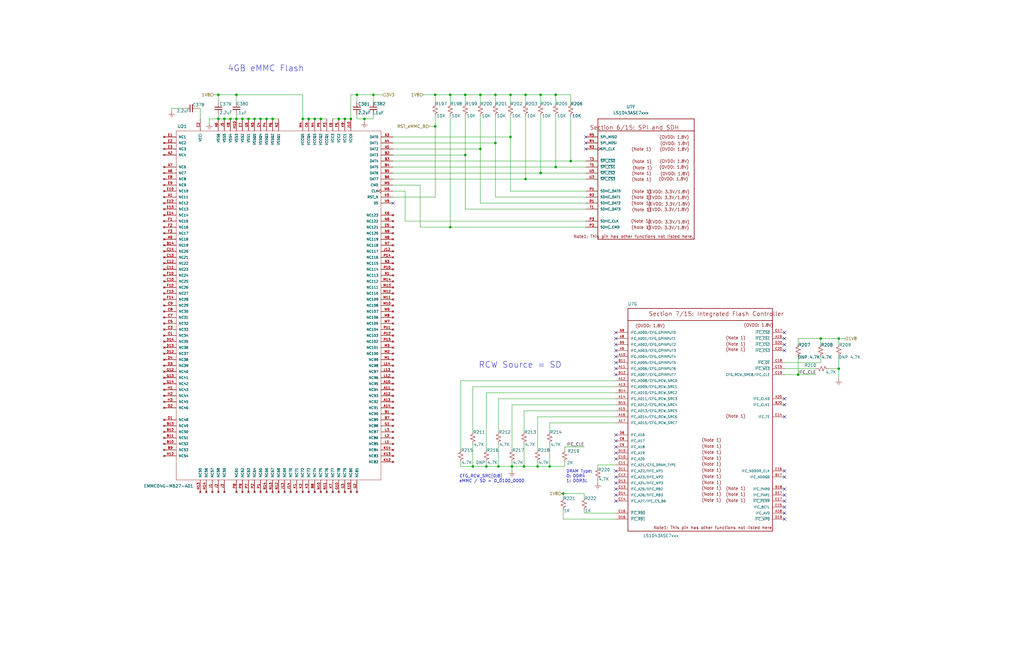
<source format=kicad_sch>
(kicad_sch (version 20201015) (generator eeschema)
  (page 1 12)
  (paper "USLedger")
  (title_block (title "AP2100") (date "2020-10-06") (rev "1") (company "ISis ImageStream Internet Solutions, Inc."))
  (lib_symbols
    (symbol "AP2100-rescue:GND-Scott" (power) (pin_names (offset 0))
      (property "Value" "GND-Scott" (at 0 -3.81 0))
      (symbol "GND-Scott_1_1"
        (pin power_in line (at 0 0 270) (length 0) hide (name "GND") (number "1"))
      )
    )
    (symbol "AP2100-rescue:LS1043ASE7KQB-Layerscape" (pin_names (offset 1.016))
      (property "Reference" "U" (at 0 0 0))
      (property "Value" "LS1043ASE7KQB-Layerscape" (at 0 2.54 0))
      (symbol "LS1043ASE7KQB-Layerscape_1_1"
        (text "Section 1/15 Digital Ground Pins" (at -18.796 88.1126 0) (effects (font (size 1.778 1.778)) (justify left bottom)))
        (pin power_in line (at -25.4 83.82 0) (length 5.08) (name "GND001") (number "A2"))
        (pin power_in line (at -25.4 78.74 0) (length 5.08) (name "GND003") (number "A24"))
        (pin power_in line (at -25.4 81.28 0) (length 5.08) (name "GND002") (number "A5"))
        (pin power_in line (at 25.4 -78.74 180) (length 5.08) (name "GND135") (number "AB2"))
        (pin power_in line (at 25.4 -81.28 180) (length 5.08) (name "GND136") (number "AB4"))
        (pin power_in line (at 25.4 -83.82 180) (length 5.08) (name "GND137") (number "AD1"))
        (pin power_in line (at 25.4 -86.36 180) (length 5.08) (name "GND138") (number "AD4"))
        (pin power_in line (at 25.4 -88.9 180) (length 5.08) (name "GND139") (number "AE2"))
        (pin power_in line (at -25.4 68.58 0) (length 5.08) (name "GND007") (number "B10"))
        (pin power_in line (at -25.4 66.04 0) (length 5.08) (name "GND008") (number "B13"))
        (pin power_in line (at -25.4 63.5 0) (length 5.08) (name "GND009") (number "B16"))
        (pin power_in line (at -25.4 60.96 0) (length 5.08) (name "GND010") (number "B19"))
        (pin power_in line (at -25.4 58.42 0) (length 5.08) (name "GND011") (number "B21"))
        (pin power_in line (at -25.4 55.88 0) (length 5.08) (name "GND012") (number "B25"))
        (pin power_in line (at -25.4 76.2 0) (length 5.08) (name "GND004") (number "B3"))
        (pin power_in line (at -25.4 73.66 0) (length 5.08) (name "GND005") (number "B4"))
        (pin power_in line (at -25.4 71.12 0) (length 5.08) (name "GND006") (number "B7"))
        (pin power_in line (at -25.4 53.34 0) (length 5.08) (name "GND013") (number "C1"))
        (pin power_in line (at -25.4 50.8 0) (length 5.08) (name "GND014") (number "C2"))
        (pin power_in line (at -25.4 45.72 0) (length 5.08) (name "GND016") (number "C23"))
        (pin power_in line (at -25.4 48.26 0) (length 5.08) (name "GND015") (number "C5"))
        (pin power_in line (at -25.4 33.02 0) (length 5.08) (name "GND021") (number "D12"))
        (pin power_in line (at -25.4 30.48 0) (length 5.08) (name "GND022") (number "D15"))
        (pin power_in line (at -25.4 27.94 0) (length 5.08) (name "GND023") (number "D18"))
        (pin power_in line (at -25.4 25.4 0) (length 5.08) (name "GND024") (number "D21"))
        (pin power_in line (at -25.4 43.18 0) (length 5.08) (name "GND017") (number "D3"))
        (pin power_in line (at -25.4 40.64 0) (length 5.08) (name "GND018") (number "D4"))
        (pin power_in line (at -25.4 38.1 0) (length 5.08) (name "GND019") (number "D7"))
        (pin power_in line (at -25.4 35.56 0) (length 5.08) (name "GND020") (number "D9"))
        (pin power_in line (at -25.4 22.86 0) (length 5.08) (name "GND025") (number "E1"))
        (pin power_in line (at -25.4 20.32 0) (length 5.08) (name "GND026") (number "E2"))
        (pin power_in line (at -25.4 15.24 0) (length 5.08) (name "GND028") (number "E22"))
        (pin power_in line (at -25.4 12.7 0) (length 5.08) (name "GND029") (number "E24"))
        (pin power_in line (at -25.4 17.78 0) (length 5.08) (name "GND027") (number "E5"))
        (pin power_in line (at -25.4 0 0) (length 5.08) (name "GND034") (number "F11"))
        (pin power_in line (at -25.4 -2.54 0) (length 5.08) (name "GND035") (number "F12"))
        (pin power_in line (at -25.4 -5.08 0) (length 5.08) (name "GND036") (number "F13"))
        (pin power_in line (at -25.4 -7.62 0) (length 5.08) (name "GND037") (number "F17"))
        (pin power_in line (at -25.4 -10.16 0) (length 5.08) (name "GND038") (number "F20"))
        (pin power_in line (at -25.4 10.16 0) (length 5.08) (name "GND030") (number "F3"))
        (pin power_in line (at -25.4 7.62 0) (length 5.08) (name "GND031") (number "F4"))
        (pin power_in line (at -25.4 5.08 0) (length 5.08) (name "GND032") (number "F7"))
        (pin power_in line (at -25.4 2.54 0) (length 5.08) (name "GND033") (number "F8"))
        (pin power_in line (at -25.4 -12.7 0) (length 5.08) (name "GND039") (number "G1"))
        (pin power_in line (at -25.4 -15.24 0) (length 5.08) (name "GND040") (number "G2"))
        (pin power_in line (at -25.4 -17.78 0) (length 5.08) (name "GND041") (number "G22"))
        (pin power_in line (at -25.4 -20.32 0) (length 5.08) (name "GND042") (number "G24"))
        (pin power_in line (at -25.4 -35.56 0) (length 5.08) (name "GND048") (number "H10"))
        (pin power_in line (at -25.4 -38.1 0) (length 5.08) (name "GND049") (number "H11"))
        (pin power_in line (at -25.4 -40.64 0) (length 5.08) (name "GND050") (number "H12"))
        (pin power_in line (at -25.4 -43.18 0) (length 5.08) (name "GND051") (number "H13"))
        (pin power_in line (at -25.4 -45.72 0) (length 5.08) (name "GND052") (number "H14"))
        (pin power_in line (at -25.4 -48.26 0) (length 5.08) (name "GND053") (number "H15"))
        (pin power_in line (at -25.4 -50.8 0) (length 5.08) (name "GND054") (number "H16"))
        (pin power_in line (at -25.4 -53.34 0) (length 5.08) (name "GND055") (number "H17"))
        (pin power_in line (at -25.4 -22.86 0) (length 5.08) (name "GND043") (number "H3"))
        (pin power_in line (at -25.4 -25.4 0) (length 5.08) (name "GND044") (number "H4"))
        (pin power_in line (at -25.4 -27.94 0) (length 5.08) (name "GND045") (number "H5"))
        (pin power_in line (at -25.4 -30.48 0) (length 5.08) (name "GND046") (number "H8"))
        (pin power_in line (at -25.4 -33.02 0) (length 5.08) (name "GND047") (number "H9"))
        (pin power_in line (at -25.4 -58.42 0) (length 5.08) (name "GND057") (number "J19"))
        (pin power_in line (at -25.4 -60.96 0) (length 5.08) (name "GND058") (number "J20"))
        (pin power_in line (at -25.4 -63.5 0) (length 5.08) (name "GND059") (number "J24"))
        (pin power_in line (at -25.4 -55.88 0) (length 5.08) (name "GND056") (number "J7"))
        (pin power_in line (at -25.4 -73.66 0) (length 5.08) (name "GND063") (number "K10"))
        (pin power_in line (at -25.4 -76.2 0) (length 5.08) (name "GND064") (number "K12"))
        (pin power_in line (at -25.4 -78.74 0) (length 5.08) (name "GND065") (number "K14"))
        (pin power_in line (at -25.4 -81.28 0) (length 5.08) (name "GND066") (number "K16"))
        (pin power_in line (at -25.4 -83.82 0) (length 5.08) (name "GND067") (number "K19"))
        (pin power_in line (at -25.4 -66.04 0) (length 5.08) (name "GND060") (number "K2"))
        (pin power_in line (at -25.4 -86.36 0) (length 5.08) (name "GND068") (number "K22"))
        (pin power_in line (at -25.4 -68.58 0) (length 5.08) (name "GND061") (number "K4"))
        (pin power_in line (at -25.4 -71.12 0) (length 5.08) (name "GND062") (number "K7"))
        (pin power_in line (at 25.4 83.82 180) (length 5.08) (name "GND071") (number "L11"))
        (pin power_in line (at 25.4 81.28 180) (length 5.08) (name "GND072") (number "L13"))
        (pin power_in line (at 25.4 78.74 180) (length 5.08) (name "GND073") (number "L15"))
        (pin power_in line (at 25.4 76.2 180) (length 5.08) (name "GND074") (number "L17"))
        (pin power_in line (at 25.4 73.66 180) (length 5.08) (name "GND075") (number "L19"))
        (pin power_in line (at 25.4 71.12 180) (length 5.08) (name "GND076") (number "L20"))
        (pin power_in line (at 25.4 68.58 180) (length 5.08) (name "GND077") (number "L24"))
        (pin power_in line (at -25.4 -88.9 0) (length 5.08) (name "GND069") (number "L7"))
        (pin power_in line (at 0 -99.06 90) (length 5.08) (name "GND070") (number "L9"))
        (pin power_in line (at 25.4 63.5 180) (length 5.08) (name "GND079") (number "M10"))
        (pin power_in line (at 25.4 60.96 180) (length 5.08) (name "GND080") (number "M12"))
        (pin power_in line (at 25.4 58.42 180) (length 5.08) (name "GND081") (number "M14"))
        (pin power_in line (at 25.4 55.88 180) (length 5.08) (name "GND082") (number "M16"))
        (pin power_in line (at 25.4 53.34 180) (length 5.08) (name "GND083") (number "M19"))
        (pin power_in line (at 25.4 50.8 180) (length 5.08) (name "GND084") (number "M22"))
        (pin power_in line (at 25.4 66.04 180) (length 5.08) (name "GND078") (number "M7"))
        (pin power_in line (at 25.4 38.1 180) (length 5.08) (name "GND089") (number "N11"))
        (pin power_in line (at 25.4 35.56 180) (length 5.08) (name "GND090") (number "N13"))
        (pin power_in line (at 25.4 33.02 180) (length 5.08) (name "GND091") (number "N15"))
        (pin power_in line (at 25.4 30.48 180) (length 5.08) (name "GND092") (number "N17"))
        (pin power_in line (at 25.4 27.94 180) (length 5.08) (name "GND093") (number "N19"))
        (pin power_in line (at 25.4 48.26 180) (length 5.08) (name "GND085") (number "N2"))
        (pin power_in line (at 25.4 25.4 180) (length 5.08) (name "GND094") (number "N20"))
        (pin power_in line (at 25.4 45.72 180) (length 5.08) (name "GND086") (number "N4"))
        (pin power_in line (at 25.4 43.18 180) (length 5.08) (name "GND087") (number "N6"))
        (pin power_in line (at 25.4 40.64 180) (length 5.08) (name "GND088") (number "N9"))
        (pin power_in line (at 25.4 17.78 180) (length 5.08) (name "GND097") (number "P10"))
        (pin power_in line (at 25.4 15.24 180) (length 5.08) (name "GND098") (number "P12"))
        (pin power_in line (at 25.4 12.7 180) (length 5.08) (name "GND099") (number "P14"))
        (pin power_in line (at 25.4 10.16 180) (length 5.08) (name "GND100") (number "P16"))
        (pin power_in line (at 25.4 7.62 180) (length 5.08) (name "GND101") (number "P19"))
        (pin power_in line (at 25.4 5.08 180) (length 5.08) (name "GND102") (number "P22"))
        (pin power_in line (at 25.4 2.54 180) (length 5.08) (name "GND103") (number "P24"))
        (pin power_in line (at 25.4 22.86 180) (length 5.08) (name "GND095") (number "P7"))
        (pin power_in line (at 25.4 20.32 180) (length 5.08) (name "GND096") (number "P8"))
        (pin power_in line (at 25.4 -2.54 180) (length 5.08) (name "GND105") (number "R11"))
        (pin power_in line (at 25.4 -5.08 180) (length 5.08) (name "GND106") (number "R13"))
        (pin power_in line (at 25.4 -7.62 180) (length 5.08) (name "GND107") (number "R15"))
        (pin power_in line (at 25.4 -10.16 180) (length 5.08) (name "GND108") (number "R17"))
        (pin power_in line (at 25.4 -12.7 180) (length 5.08) (name "GND109") (number "R19"))
        (pin power_in line (at 25.4 -15.24 180) (length 5.08) (name "GND110") (number "R25"))
        (pin power_in line (at 25.4 0 180) (length 5.08) (name "GND104") (number "R9"))
        (pin power_in line (at 25.4 -25.4 180) (length 5.08) (name "GND114") (number "T10"))
        (pin power_in line (at 25.4 -27.94 180) (length 5.08) (name "GND115") (number "T12"))
        (pin power_in line (at 25.4 -30.48 180) (length 5.08) (name "GND116") (number "T14"))
        (pin power_in line (at 25.4 -17.78 180) (length 5.08) (name "GND111") (number "T2"))
        (pin power_in line (at 25.4 -33.02 180) (length 5.08) (name "GND117") (number "T20"))
        (pin power_in line (at 25.4 -20.32 180) (length 5.08) (name "GND112") (number "T4"))
        (pin power_in line (at 25.4 -22.86 180) (length 5.08) (name "GND113") (number "T8"))
        (pin power_in line (at 25.4 -40.64 180) (length 5.08) (name "GND120") (number "U11"))
        (pin power_in line (at 25.4 -43.18 180) (length 5.08) (name "GND121") (number "U20"))
        (pin power_in line (at 25.4 -35.56 180) (length 5.08) (name "GND118") (number "U6"))
        (pin power_in line (at 25.4 -38.1 180) (length 5.08) (name "GND119") (number "U9"))
        (pin power_in line (at 25.4 -53.34 180) (length 5.08) (name "GND125") (number "V10"))
        (pin power_in line (at 25.4 -55.88 180) (length 5.08) (name "GND126") (number "V11"))
        (pin power_in line (at 25.4 -58.42 180) (length 5.08) (name "GND127") (number "V12"))
        (pin power_in line (at 25.4 -60.96 180) (length 5.08) (name "GND128") (number "V13"))
        (pin power_in line (at 25.4 -63.5 180) (length 5.08) (name "GND129") (number "V14"))
        (pin power_in line (at 25.4 -45.72 180) (length 5.08) (name "GND122") (number "V2"))
        (pin power_in line (at 25.4 -66.04 180) (length 5.08) (name "GND130") (number "V20"))
        (pin power_in line (at 25.4 -48.26 180) (length 5.08) (name "GND123") (number "V8"))
        (pin power_in line (at 25.4 -50.8 180) (length 5.08) (name "GND124") (number "V9"))
        (pin power_in line (at 25.4 -71.12 180) (length 5.08) (name "GND132") (number "W20"))
        (pin power_in line (at 25.4 -68.58 180) (length 5.08) (name "GND131") (number "W4"))
        (pin power_in line (at 25.4 -73.66 180) (length 5.08) (name "GND133") (number "Y2"))
        (pin power_in line (at 25.4 -76.2 180) (length 5.08) (name "GND134") (number "Y20"))
      )
      (symbol "LS1043ASE7KQB-Layerscape_2_1"
        (text "Section 2/15 SerDes Ground Pins" (at -18.542 25.2984 0) (effects (font (size 1.778 1.778)) (justify left bottom)))
        (pin power_in line (at -43.18 -21.59 0) (length 5.08) (name "SD_GND18") (number "AA13"))
        (pin power_in line (at -43.18 -24.13 0) (length 5.08) (name "SD_GND19") (number "AA16"))
        (pin power_in line (at 0 -34.29 90) (length 5.08) (name "SD_GND20") (number "AA19"))
        (pin power_in line (at 43.18 21.59 180) (length 5.08) (name "SD_GND21") (number "AB13"))
        (pin power_in line (at 43.18 19.05 180) (length 5.08) (name "SD_GND22") (number "AB16"))
        (pin power_in line (at 43.18 16.51 180) (length 5.08) (name "SD_GND23") (number "AB19"))
        (pin power_in line (at 43.18 13.97 180) (length 5.08) (name "SD_GND24") (number "AC13"))
        (pin power_in line (at 43.18 11.43 180) (length 5.08) (name "SD_GND25") (number "AC14"))
        (pin power_in line (at 43.18 8.89 180) (length 5.08) (name "SD_GND26") (number "AC15"))
        (pin power_in line (at 43.18 6.35 180) (length 5.08) (name "SD_GND27") (number "AC16"))
        (pin power_in line (at 43.18 3.81 180) (length 5.08) (name "SD_GND28") (number "AC17"))
        (pin power_in line (at 43.18 1.27 180) (length 5.08) (name "SD_GND29") (number "AC18"))
        (pin power_in line (at 43.18 -1.27 180) (length 5.08) (name "SD_GND30") (number "AC19"))
        (pin power_in line (at 43.18 -3.81 180) (length 5.08) (name "SD_GND31") (number "AC20"))
        (pin power_in line (at 43.18 -6.35 180) (length 5.08) (name "SD_GND32") (number "AD13"))
        (pin power_in line (at 43.18 -8.89 180) (length 5.08) (name "SD_GND33") (number "AD16"))
        (pin power_in line (at 43.18 -11.43 180) (length 5.08) (name "SD_GND34") (number "AD19"))
        (pin power_in line (at 43.18 -13.97 180) (length 5.08) (name "SD_GND35") (number "AD21"))
        (pin power_in line (at 43.18 -16.51 180) (length 5.08) (name "SD_GND36") (number "AE13"))
        (pin power_in line (at 43.18 -19.05 180) (length 5.08) (name "SD_GND37") (number "AE16"))
        (pin power_in line (at 43.18 -21.59 180) (length 5.08) (name "SD_GND38") (number "AE19"))
        (pin power_in line (at 43.18 -24.13 180) (length 5.08) (name "SD_GND39") (number "AE21"))
        (pin power_in line (at -43.18 21.59 0) (length 5.08) (name "SD_GND01") (number "U15"))
        (pin power_in line (at -43.18 19.05 0) (length 5.08) (name "SD_GND02") (number "U16"))
        (pin power_in line (at -43.18 16.51 0) (length 5.08) (name "SD_GND03") (number "U17"))
        (pin power_in line (at -43.18 13.97 0) (length 5.08) (name "SD_GND04") (number "U18"))
        (pin power_in line (at -43.18 11.43 0) (length 5.08) (name "SD_GND05") (number "U19"))
        (pin power_in line (at -43.18 6.35 0) (length 5.08) (name "SD_GND07") (number "W11"))
        (pin power_in line (at -43.18 8.89 0) (length 5.08) (name "SD_GND06") (number "W8"))
        (pin power_in line (at -43.18 -1.27 0) (length 5.08) (name "SD_GND10") (number "Y10"))
        (pin power_in line (at -43.18 -3.81 0) (length 5.08) (name "SD_GND11") (number "Y11"))
        (pin power_in line (at -43.18 -6.35 0) (length 5.08) (name "SD_GND12") (number "Y12"))
        (pin power_in line (at -43.18 -8.89 0) (length 5.08) (name "SD_GND13") (number "Y14"))
        (pin power_in line (at -43.18 -11.43 0) (length 5.08) (name "SD_GND14") (number "Y15"))
        (pin power_in line (at -43.18 -13.97 0) (length 5.08) (name "SD_GND15") (number "Y16"))
        (pin power_in line (at -43.18 -16.51 0) (length 5.08) (name "SD_GND16") (number "Y17"))
        (pin power_in line (at -43.18 -19.05 0) (length 5.08) (name "SD_GND17") (number "Y18"))
        (pin power_in line (at -43.18 3.81 0) (length 5.08) (name "SD_GND08") (number "Y8"))
        (pin power_in line (at -43.18 1.27 0) (length 5.08) (name "SD_GND09") (number "Y9"))
      )
      (symbol "LS1043ASE7KQB-Layerscape_3_1"
        (text "(1.35V)" (at 11.9888 -26.543 0) (effects (font (size 1.27 1.27)) (justify left bottom)))
        (text "(1.8V)" (at -15.5702 -54.2036 0) (effects (font (size 1.27 1.27)) (justify left bottom)))
        (text "(1V/0.9V)" (at -15.5194 62.738 0) (effects (font (size 1.27 1.27)) (justify left bottom)))
        (text "(1V/0.9V)" (at 12.2936 62.6872 0) (effects (font (size 1.27 1.27)) (justify left bottom)))
        (text "(2.5V/1.8V/1.2V)" (at 6.985 -67.183 0) (effects (font (size 1.27 1.27)) (justify left bottom)))
        (text "(3.3V)" (at 9.5504 -56.9722 0) (effects (font (size 1.27 1.27)) (justify left bottom)))
        (text "(Power Sense Pins)" (at 6.5532 -75.184 0) (effects (font (size 1.27 1.27)) (justify left bottom)))
        (text "(Pull-down/1V/0.9V)" (at 4.7752 -8.4582 0) (effects (font (size 1.27 1.27)) (justify left bottom)))
        (text "Section 3/15 Power Pins" (at -10.8204 69.596 0) (effects (font (size 1.778 1.778)) (justify left bottom)))
        (pin power_in line (at -22.86 -58.42 0) (length 5.08) (name "AVDD_CGA2") (number "G11"))
        (pin power_in line (at -22.86 -55.88 0) (length 5.08) (name "AVDD_CGA1") (number "G12"))
        (pin power_in line (at -22.86 -66.04 0) (length 5.08) (name "AVDD_PLAT") (number "G13"))
        (pin power_in line (at -22.86 -48.26 0) (length 5.08) (name "TA_BB_VDD") (number "H20"))
        (pin power_in line (at -22.86 -27.94 0) (length 5.08) (name "USB_SVDD1") (number "J10"))
        (pin power_in line (at -22.86 -30.48 0) (length 5.08) (name "USB_SVDD2") (number "J11"))
        (pin power_in line (at 27.94 -60.96 180) (length 5.08) (name "USB_HVDD1") (number "J8"))
        (pin power_in line (at 27.94 -58.42 180) (length 5.08) (name "USB_HVDD2") (number "J9"))
        (pin power_in line (at -22.86 -43.18 0) (length 5.08) (name "USB_SDVDD2") (number "K11"))
        (pin power_in line (at -22.86 60.96 0) (length 5.08) (name "VDD01") (number "K13"))
        (pin power_in line (at -22.86 55.88 0) (length 5.08) (name "VDD02") (number "K15"))
        (pin power_in line (at -22.86 50.8 0) (length 5.08) (name "VDD03") (number "K17"))
        (pin power_in line (at -22.86 -40.64 0) (length 5.08) (name "USB_SDVDD1") (number "K9"))
        (pin power_in line (at -22.86 45.72 0) (length 5.08) (name "VDD04") (number "L10"))
        (pin power_in line (at -22.86 40.64 0) (length 5.08) (name "VDD05") (number "L12"))
        (pin power_in line (at -22.86 35.56 0) (length 5.08) (name "VDD06") (number "L14"))
        (pin power_in line (at -22.86 30.48 0) (length 5.08) (name "VDD07") (number "L16"))
        (pin power_in line (at -22.86 25.4 0) (length 5.08) (name "VDD09") (number "M11"))
        (pin power_in line (at -22.86 22.86 0) (length 5.08) (name "VDD10") (number "M13"))
        (pin power_in line (at -22.86 20.32 0) (length 5.08) (name "VDD11") (number "M15"))
        (pin power_in line (at -22.86 15.24 0) (length 5.08) (name "VDD12") (number "M17"))
        (pin power_in line (at -22.86 27.94 0) (length 5.08) (name "VDD08") (number "M9"))
        (pin power_in line (at -22.86 5.08 0) (length 5.08) (name "VDD14") (number "N10"))
        (pin power_in line (at -22.86 0 0) (length 5.08) (name "VDD15") (number "N12"))
        (pin power_in line (at -22.86 -5.08 0) (length 5.08) (name "VDD16") (number "N14"))
        (pin power_in line (at 27.94 2.54 180) (length 5.08) (name "VDD17") (number "N16"))
        (pin power_in line (at -22.86 10.16 0) (length 5.08) (name "VDD13") (number "N8"))
        (pin power_in line (at 27.94 5.08 180) (length 5.08) (name "VDD19") (number "P11"))
        (pin power_in line (at 27.94 7.62 180) (length 5.08) (name "VDD20") (number "P13"))
        (pin power_in line (at 27.94 10.16 180) (length 5.08) (name "VDD21") (number "P15"))
        (pin power_in line (at 27.94 15.24 180) (length 5.08) (name "VDD22") (number "P17"))
        (pin power_in line (at 27.94 0 180) (length 5.08) (name "VDD18") (number "P9"))
        (pin power_in line (at 27.94 22.86 180) (length 5.08) (name "VDD24") (number "R10"))
        (pin power_in line (at 27.94 27.94 180) (length 5.08) (name "VDD25") (number "R12"))
        (pin power_in line (at 27.94 30.48 180) (length 5.08) (name "VDD26") (number "R14"))
        (pin power_in line (at 27.94 33.02 180) (length 5.08) (name "VDD27") (number "R16"))
        (pin power_in line (at 27.94 38.1 180) (length 5.08) (name "VDD28") (number "R18"))
        (pin power_in line (at 27.94 -10.16 180) (length 5.08) (name "FA_VL") (number "R7"))
        (pin power_in line (at 27.94 17.78 180) (length 5.08) (name "VDD23") (number "R8"))
        (pin power_in line (at 27.94 45.72 180) (length 5.08) (name "VDD30") (number "T11"))
        (pin power_in line (at 27.94 50.8 180) (length 5.08) (name "VDD31") (number "T13"))
        (pin power_in line (at -22.86 -12.7 0) (length 5.08) (name "S1VDD1") (number "T15"))
        (pin power_in line (at -22.86 -15.24 0) (length 5.08) (name "S1VDD2") (number "T16"))
        (pin power_in line (at -22.86 -17.78 0) (length 5.08) (name "S1VDD3") (number "T17"))
        (pin power_in line (at -22.86 -20.32 0) (length 5.08) (name "S1VDD4") (number "T18"))
        (pin power_in line (at -22.86 -71.12 0) (length 5.08) (name "AVDD_D1") (number "T19"))
        (pin power_in line (at 27.94 43.18 180) (length 5.08) (name "VDD29") (number "T9"))
        (pin power_in line (at 27.94 60.96 180) (length 5.08) (name "VDD33") (number "U10"))
        (pin power_in line (at 27.94 55.88 180) (length 5.08) (name "VDD32") (number "U8"))
        (pin power_in line (at 27.94 -48.26 180) (length 5.08) (name "AVDD_SD1_PLL2") (number "V19"))
        (pin power_in line (at 27.94 -68.58 180) (length 5.08) (name "TVDD") (number "V6"))
        (pin power_in line (at 27.94 -78.74 180) (length 5.08) (name "SENSEGND") (number "V7"))
        (pin power_in line (at 27.94 -43.18 180) (length 5.08) (name "AVDD_SD1_PLL1") (number "W12"))
        (pin power_in line (at -22.86 -22.86 0) (length 5.08) (name "S1VDD5") (number "W14"))
        (pin power_in line (at 27.94 -27.94 180) (length 5.08) (name "X1VDD1") (number "W15"))
        (pin power_in line (at 27.94 -30.48 180) (length 5.08) (name "X1VDD2") (number "W16"))
        (pin power_in line (at 27.94 -33.02 180) (length 5.08) (name "X1VDD3") (number "W17"))
        (pin power_in line (at 27.94 -35.56 180) (length 5.08) (name "X1VDD4") (number "W18"))
        (pin power_in line (at 27.94 -76.2 180) (length 5.08) (name "SENSEVDD") (number "W7"))
        (pin power_in line (at 27.94 -38.1 180) (length 5.08) (name "X1VDD5") (number "Y19"))
      )
      (symbol "LS1043ASE7KQB-Layerscape_4_1"
        (text "Section 4/15: Power Pins" (at -12.6492 61.468 0) (effects (font (size 1.778 1.778)) (justify left bottom)))
        (pin power_in line (at -29.21 -31.75 0) (length 5.08) (name "G1VDD18") (number "AA20"))
        (pin power_in line (at -29.21 -36.83 0) (length 5.08) (name "G1VDD19") (number "AB22"))
        (pin power_in line (at -29.21 -41.91 0) (length 5.08) (name "G1VDD20") (number "AB24"))
        (pin power_in line (at -29.21 -46.99 0) (length 5.08) (name "G1VDD21") (number "AD22"))
        (pin power_in line (at -29.21 -52.07 0) (length 5.08) (name "G1VDD22") (number "AD25"))
        (pin power_in line (at -29.21 -57.15 0) (length 5.08) (name "G1VDD23") (number "AE24"))
        (pin bidirectional line (at 31.75 -3.81 180) (length 5.08) (name "TA_PROG_SEP") (number "F14"))
        (pin bidirectional line (at 31.75 6.35 180) (length 5.08) (name "PROG_MTR") (number "G14"))
        (pin power_in line (at 31.75 54.61 180) (length 5.08) (name "OVDD1") (number "J12"))
        (pin power_in line (at 31.75 49.53 180) (length 5.08) (name "OVDD2") (number "J13"))
        (pin power_in line (at 31.75 44.45 180) (length 5.08) (name "OVDD3") (number "J14"))
        (pin power_in line (at 31.75 39.37 180) (length 5.08) (name "OVDD4") (number "J15"))
        (pin power_in line (at 31.75 34.29 180) (length 5.08) (name "OVDD5") (number "J16"))
        (pin power_in line (at 31.75 29.21 180) (length 5.08) (name "OVDD6") (number "J17"))
        (pin power_in line (at -29.21 54.61 0) (length 5.08) (name "G1VDD01") (number "J18"))
        (pin power_in line (at -29.21 49.53 0) (length 5.08) (name "G1VDD02") (number "K18"))
        (pin power_in line (at -29.21 44.45 0) (length 5.08) (name "G1VDD03") (number "K20"))
        (pin power_in line (at 31.75 -24.13 180) (length 5.08) (name "DVDD1") (number "K8"))
        (pin power_in line (at -29.21 39.37 0) (length 5.08) (name "G1VDD04") (number "L18"))
        (pin power_in line (at 31.75 -26.67 180) (length 5.08) (name "DVVD2") (number "L8"))
        (pin power_in line (at -29.21 34.29 0) (length 5.08) (name "G1VDD05") (number "M18"))
        (pin power_in line (at -29.21 29.21 0) (length 5.08) (name "G1VDD06") (number "M20"))
        (pin power_in line (at 31.75 -36.83 180) (length 5.08) (name "EVDD") (number "M8"))
        (pin power_in line (at -29.21 24.13 0) (length 5.08) (name "G1VDD07") (number "N18"))
        (pin power_in line (at 31.75 24.13 180) (length 5.08) (name "0VDD7") (number "N7"))
        (pin power_in line (at -29.21 19.05 0) (length 5.08) (name "G1VDD08") (number "P18"))
        (pin power_in line (at -29.21 13.97 0) (length 5.08) (name "G1VDD09") (number "P20"))
        (pin power_in line (at -29.21 8.89 0) (length 5.08) (name "G1VDD10") (number "R21"))
        (pin power_in line (at -29.21 3.81 0) (length 5.08) (name "G1VDD11") (number "R23"))
        (pin power_in line (at -29.21 -1.27 0) (length 5.08) (name "G1VDD12") (number "T22"))
        (pin power_in line (at -29.21 -6.35 0) (length 5.08) (name "G1VDD13") (number "T24"))
        (pin power_in line (at 31.75 16.51 180) (length 5.08) (name "TH_VDD") (number "T6"))
        (pin power_in line (at 31.75 -57.15 180) (length 5.08) (name "LVDD1") (number "U12"))
        (pin power_in line (at 31.75 -52.07 180) (length 5.08) (name "LVDD2") (number "U13"))
        (pin power_in line (at 31.75 -46.99 180) (length 5.08) (name "LVDD3") (number "U14"))
        (pin power_in line (at -29.21 -11.43 0) (length 5.08) (name "G1VDD14") (number "V22"))
        (pin power_in line (at -29.21 -16.51 0) (length 5.08) (name "G1VDD15") (number "V24"))
        (pin power_in line (at -29.21 -21.59 0) (length 5.08) (name "G1VDD16") (number "Y22"))
        (pin power_in line (at -29.21 -26.67 0) (length 5.08) (name "G1VDD17") (number "Y24"))
      )
      (symbol "LS1043ASE7KQB-Layerscape_5_1"
        (text "(Analog)" (at -36.9316 -29.8704 0) (effects (font (size 1.27 1.27)) (justify left bottom)))
        (text "(Analog)" (at 16.002 -4.4958 0) (effects (font (size 1.27 1.27)) (justify left bottom)))
        (text "(Analog)" (at 16.129 -7.0104 0) (effects (font (size 1.27 1.27)) (justify left bottom)))
        (text "(DVDD: 2.5V/1.8V)" (at 15.9004 -14.6812 0) (effects (font (size 1.27 1.27)) (justify left bottom)))
        (text "(DVDD: 2.5V/1.8V)" (at 16.2052 -17.1958 0) (effects (font (size 1.27 1.27)) (justify left bottom)))
        (text "(DVDD: 3.3V/1.8V)" (at -37.5412 26.0858 0) (effects (font (size 1.27 1.27)) (justify left bottom)))
        (text "(DVDD: 3.3V/1.8V)" (at -37.5158 15.9004 0) (effects (font (size 1.27 1.27)) (justify left bottom)))
        (text "(DVDD: 3.3V/1.8V)" (at -37.3634 13.335 0) (effects (font (size 1.27 1.27)) (justify left bottom)))
        (text "(DVDD: 3.3V/1.8V)" (at -37.3634 28.6258 0) (effects (font (size 1.27 1.27)) (justify left bottom)))
        (text "(DVDD: 3.3V/1.8V)" (at -37.338 18.4404 0) (effects (font (size 1.27 1.27)) (justify left bottom)))
        (text "(DVDD: 3.3V/1.8V)" (at -37.2618 31.1658 0) (effects (font (size 1.27 1.27)) (justify left bottom)))
        (text "(DVDD: 3.3V/1.8V)" (at -37.1348 23.5204 0) (effects (font (size 1.27 1.27)) (justify left bottom)))
        (text "(DVDD: 3.3V/1.8V)" (at -37.0332 20.955 0) (effects (font (size 1.27 1.27)) (justify left bottom)))
        (text "(DVDD: 3.3V/1.8V)" (at 16.0782 41.3512 0) (effects (font (size 1.27 1.27)) (justify left bottom)))
        (text "(DVDD: 3.3V/1.8V)" (at 16.1036 15.9004 0) (effects (font (size 1.27 1.27)) (justify left bottom)))
        (text "(DVDD: 3.3V/1.8V)" (at 16.1036 28.6258 0) (effects (font (size 1.27 1.27)) (justify left bottom)))
        (text "(DVDD: 3.3V/1.8V)" (at 16.1798 20.9804 0) (effects (font (size 1.27 1.27)) (justify left bottom)))
        (text "(DVDD: 3.3V/1.8V)" (at 16.1798 33.7058 0) (effects (font (size 1.27 1.27)) (justify left bottom)))
        (text "(DVDD: 3.3V/1.8V)" (at 16.2052 13.335 0) (effects (font (size 1.27 1.27)) (justify left bottom)))
        (text "(DVDD: 3.3V/1.8V)" (at 16.2052 23.5204 0) (effects (font (size 1.27 1.27)) (justify left bottom)))
        (text "(DVDD: 3.3V/1.8V)" (at 16.2052 36.2458 0) (effects (font (size 1.27 1.27)) (justify left bottom)))
        (text "(DVDD: 3.3V/1.8V)" (at 16.2306 26.0604 0) (effects (font (size 1.27 1.27)) (justify left bottom)))
        (text "(DVDD: 3.3V/1.8V)" (at 16.383 38.7604 0) (effects (font (size 1.27 1.27)) (justify left bottom)))
        (text "(LVDD: 2.5V/1.8V)" (at -37.5158 33.7312 0) (effects (font (size 1.27 1.27)) (justify left bottom)))
        (text "(Note 1)" (at -19.1262 15.9004 0) (effects (font (size 1.27 1.27)) (justify left bottom)))
        (text "(Note 1)" (at -19.1262 31.1912 0) (effects (font (size 1.27 1.27)) (justify left bottom)))
        (text "(Note 1)" (at -18.9484 20.9804 0) (effects (font (size 1.27 1.27)) (justify left bottom)))
        (text "(Note 1)" (at -18.8976 26.0858 0) (effects (font (size 1.27 1.27)) (justify left bottom)))
        (text "(Note 1)" (at -18.8722 13.335 0) (effects (font (size 1.27 1.27)) (justify left bottom)))
        (text "(Note 1)" (at -18.796 18.4404 0) (effects (font (size 1.27 1.27)) (justify left bottom)))
        (text "(Note 1)" (at -18.7706 28.6004 0) (effects (font (size 1.27 1.27)) (justify left bottom)))
        (text "(Note 1)" (at -18.542 23.495 0) (effects (font (size 1.27 1.27)) (justify left bottom)))
        (text "(Note 1)" (at 3.8608 28.6258 0) (effects (font (size 1.27 1.27)) (justify left bottom)))
        (text "(Note 1)" (at 3.8608 36.2712 0) (effects (font (size 1.27 1.27)) (justify left bottom)))
        (text "(Note 1)" (at 3.8862 26.0858 0) (effects (font (size 1.27 1.27)) (justify left bottom)))
        (text "(Note 1)" (at 4.0132 23.5204 0) (effects (font (size 1.27 1.27)) (justify left bottom)))
        (text "(Note 1)" (at 4.064 41.3512 0) (effects (font (size 1.27 1.27)) (justify left bottom)))
        (text "(Note 1)" (at 4.0894 33.7058 0) (effects (font (size 1.27 1.27)) (justify left bottom)))
        (text "(Note 1)" (at 4.1148 38.7858 0) (effects (font (size 1.27 1.27)) (justify left bottom)))
        (text "(Note 1)" (at 4.3688 20.955 0) (effects (font (size 1.27 1.27)) (justify left bottom)))
        (text "(Note 1)" (at 6.5786 -14.6558 0) (effects (font (size 1.27 1.27)) (justify left bottom)))
        (text "(Note 1)" (at 6.858 -17.1704 0) (effects (font (size 1.27 1.27)) (justify left bottom)))
        (text "(OVDD: 1.8V)" (at -37.6174 -12.1412 0) (effects (font (size 1.27 1.27)) (justify left bottom)))
        (text "(OVDD: 1.8V)" (at -37.4904 -35.052 0) (effects (font (size 1.27 1.27)) (justify left bottom)))
        (text "(OVDD: 1.8V)" (at -37.465 -22.3012 0) (effects (font (size 1.27 1.27)) (justify left bottom)))
        (text "(OVDD: 1.8V)" (at -37.465 36.2712 0) (effects (font (size 1.27 1.27)) (justify left bottom)))
        (text "(OVDD: 1.8V)" (at -37.465 38.8112 0) (effects (font (size 1.27 1.27)) (justify left bottom)))
        (text "(OVDD: 1.8V)" (at -37.4396 -14.6558 0) (effects (font (size 1.27 1.27)) (justify left bottom)))
        (text "(OVDD: 1.8V)" (at -37.3888 -42.672 0) (effects (font (size 1.27 1.27)) (justify left bottom)))
        (text "(OVDD: 1.8V)" (at -37.3888 8.255 0) (effects (font (size 1.27 1.27)) (justify left bottom)))
        (text "(OVDD: 1.8V)" (at -37.3634 -45.212 0) (effects (font (size 1.27 1.27)) (justify left bottom)))
        (text "(OVDD: 1.8V)" (at -37.338 -4.4704 0) (effects (font (size 1.27 1.27)) (justify left bottom)))
        (text "(OVDD: 1.8V)" (at -37.3126 -47.752 0) (effects (font (size 1.27 1.27)) (justify left bottom)))
        (text "(OVDD: 1.8V)" (at -37.3126 41.3512 0) (effects (font (size 1.27 1.27)) (justify left bottom)))
        (text "(OVDD: 1.8V)" (at -37.211 -40.0812 0) (effects (font (size 1.27 1.27)) (justify left bottom)))
        (text "(OVDD: 1.8V)" (at -37.211 -7.0104 0) (effects (font (size 1.27 1.27)) (justify left bottom)))
        (text "(OVDD: 1.8V)" (at -37.1602 -19.7358 0) (effects (font (size 1.27 1.27)) (justify left bottom)))
        (text "(OVDD: 1.8V)" (at -37.1348 -1.9304 0) (effects (font (size 1.27 1.27)) (justify left bottom)))
        (text "(OVDD: 1.8V)" (at -37.1094 -27.3558 0) (effects (font (size 1.27 1.27)) (justify left bottom)))
        (text "(OVDD: 1.8V)" (at -37.0332 -50.2158 0) (effects (font (size 1.27 1.27)) (justify left bottom)))
        (text "(OVDD: 1.8V)" (at 10.9982 8.255 0) (effects (font (size 1.27 1.27)) (justify left bottom)))
        (text "(OVDD: 1.8V)" (at 16.0274 -22.3012 0) (effects (font (size 1.27 1.27)) (justify left bottom)))
        (text "(OVDD: 1.8V)" (at 16.0782 -35.0266 0) (effects (font (size 1.27 1.27)) (justify left bottom)))
        (text "(OVDD: 1.8V)" (at 16.1036 -40.132 0) (effects (font (size 1.27 1.27)) (justify left bottom)))
        (text "(OVDD: 1.8V)" (at 16.129 -32.4866 0) (effects (font (size 1.27 1.27)) (justify left bottom)))
        (text "(OVDD: 1.8V)" (at 16.129 -24.8412 0) (effects (font (size 1.27 1.27)) (justify left bottom)))
        (text "(OVDD: 1.8V)" (at 16.1544 0.6096 0) (effects (font (size 1.27 1.27)) (justify left bottom)))
        (text "(OVDD: 1.8V)" (at 16.2052 -42.6212 0) (effects (font (size 1.27 1.27)) (justify left bottom)))
        (text "(OVDD: 1.8V)" (at 16.2052 3.175 0) (effects (font (size 1.27 1.27)) (justify left bottom)))
        (text "(OVDD: 1.8V)" (at 16.256 -27.3558 0) (effects (font (size 1.27 1.27)) (justify left bottom)))
        (text "(OVDD: 1.8V)" (at 16.2814 -29.8958 0) (effects (font (size 1.27 1.27)) (justify left bottom)))
        (text "(OVDD: 1.8V)" (at 16.3068 -45.1612 0) (effects (font (size 1.27 1.27)) (justify left bottom)))
        (text "(Reserved, Analog)" (at 16.2306 -50.2666 0) (effects (font (size 1.27 1.27)) (justify left bottom)))
        (text "(Reserved, Analog)" (at 16.3576 -47.6758 0) (effects (font (size 1.27 1.27)) (justify left bottom)))
        (text "(TA_BB_VDD: 0.9V/1V)" (at -37.3634 5.715 0) (effects (font (size 1.27 1.27)) (justify left bottom)))
        (text "(TA_BB_VDD: 0.9V/1V)" (at -37.3126 3.175 0) (effects (font (size 1.27 1.27)) (justify left bottom)))
        (text "Note1: This pin has other functions not listed here." (at -26.67 -54.1528 0) (effects (font (size 1.27 1.27)) (justify left bottom)))
        (text "Section 5/15: JTAG, UARTs, Interrupts and Miscellaneous Functions" (at -45.6692 45.8216 0) (effects (font (size 1.778 1.778)) (justify left bottom)))
        (pin bidirectional line (at 67.31 -41.91 180) (length 5.08) (name "~SCAN_MODE~") (number "A21"))
        (pin bidirectional line (at 67.31 3.81 180) (length 5.08) (name "~TBSCAN_EN~") (number "C21"))
        (pin bidirectional line (at 67.31 -21.59 180) (length 5.08) (name "~EVT0~") (number "E10"))
        (pin bidirectional line (at 67.31 -31.75 180) (length 5.08) (name "~EVT4~") (number "E11"))
        (pin bidirectional line (at 67.31 -29.21 180) (length 5.08) (name "~EVT3~") (number "E12"))
        (pin bidirectional line (at 67.31 -24.13 180) (length 5.08) (name "~EVT1~") (number "E13"))
        (pin bidirectional line (at -64.77 -44.45 0) (length 5.08) (name "TCK") (number "E18"))
        (pin bidirectional line (at -64.77 -49.53 0) (length 5.08) (name "~TRST~") (number "E19"))
        (pin bidirectional line (at -64.77 -41.91 0) (length 5.08) (name "TDO") (number "E20"))
        (pin bidirectional line (at 67.31 1.27 180) (length 5.08) (name "~TEST_SEL~") (number "E21"))
        (pin bidirectional line (at 67.31 -26.67 180) (length 5.08) (name "~EVT2~") (number "E8"))
        (pin output line (at 67.31 8.89 180) (length 5.08) (name "ASLEEP/GPIO1_13/CFG_SOIC_USE") (number "E9"))
        (pin input line (at -64.77 -6.35 0) (length 5.08) (name "~PORESET~") (number "F10"))
        (pin bidirectional line (at -64.77 41.91 0) (length 5.08) (name "IRQ00") (number "F15"))
        (pin bidirectional line (at -64.77 -34.29 0) (length 5.08) (name "RTC/GPIO1_14") (number "F16"))
        (pin bidirectional line (at -64.77 -46.99 0) (length 5.08) (name "TMS") (number "F18"))
        (pin bidirectional line (at -64.77 -13.97 0) (length 5.08) (name "DDRCLK") (number "F19"))
        (pin bidirectional line (at 67.31 -44.45 180) (length 5.08) (name "JTAG_BSR_VSEL") (number "F21"))
        (pin input line (at -64.77 -11.43 0) (length 5.08) (name "SYSCLK") (number "F9"))
        (pin bidirectional line (at -64.77 -3.81 0) (length 5.08) (name "~HRESET~") (number "G10"))
        (pin bidirectional line (at -64.77 39.37 0) (length 5.08) (name "IRQ01") (number "G15"))
        (pin bidirectional line (at -64.77 8.89 0) (length 5.08) (name "~TA_TMP_DETECT~") (number "G16"))
        (pin bidirectional line (at -64.77 -26.67 0) (length 5.08) (name "CLK_OUT") (number "G17"))
        (pin bidirectional line (at -64.77 -39.37 0) (length 5.08) (name "TDI") (number "G18"))
        (pin bidirectional line (at -64.77 6.35 0) (length 5.08) (name "~TA_BB_TMP_DETECT~") (number "G19"))
        (pin bidirectional line (at -64.77 3.81 0) (length 5.08) (name "TA_BB_RTC") (number "G20"))
        (pin output line (at -64.77 -1.27 0) (length 5.08) (name "~RESET_REQ~") (number "G7"))
        (pin bidirectional line (at -64.77 -19.05 0) (length 5.08) (name "DIFF_SYSCLK") (number "G8"))
        (pin bidirectional line (at -64.77 -21.59 0) (length 5.08) (name "~DIFF_SYSCLK~") (number "G9"))
        (pin output line (at 67.31 39.37 180) (length 5.08) (name "GPIO1_15/UART1_SOUT") (number "H1"))
        (pin bidirectional line (at 67.31 -39.37 180) (length 5.08) (name "~CKSTP_OUT~") (number "H18"))
        (pin input line (at 67.31 41.91 180) (length 5.08) (name "GPIO1_17/UART1_SIN") (number "H2"))
        (pin bidirectional line (at 67.31 -34.29 180) (length 5.08) (name "~EVT9~") (number "H7"))
        (pin input line (at 67.31 36.83 180) (length 5.08) (name "GPIO1_21/!UART1_CTS") (number "J1"))
        (pin bidirectional line (at 67.31 34.29 180) (length 5.08) (name "GPIO1_19/!UART1_RTS") (number "J2"))
        (pin input line (at -64.77 31.75 0) (length 5.08) (name "IRQ03/GPIO1_23") (number "J3"))
        (pin input line (at -64.77 29.21 0) (length 5.08) (name "IRQ04/GPIO1_24") (number "J4"))
        (pin input line (at -64.77 26.67 0) (length 5.08) (name "IRQ05/GPIO1_25") (number "J5"))
        (pin input line (at -64.77 36.83 0) (length 5.08) (name "IRQ02") (number "J6"))
        (pin input line (at 67.31 29.21 180) (length 5.08) (name "GPIO1_18/UART2_SIN") (number "K1"))
        (pin bidirectional line (at 67.31 -13.97 180) (length 5.08) (name "GPIO4_02/IIC2_SCL") (number "K3"))
        (pin input line (at -64.77 24.13 0) (length 5.08) (name "IRQ06/GPIO1_26") (number "K5"))
        (pin bidirectional line (at 67.31 21.59 180) (length 5.08) (name "GPIO1_20/!UART2_RTS") (number "L1"))
        (pin output line (at 67.31 26.67 180) (length 5.08) (name "GPIO1_16/UART2_SOUT") (number "L2"))
        (pin bidirectional line (at 67.31 -16.51 180) (length 5.08) (name "GPIO4_03/IIC2_SDA") (number "L3"))
        (pin input line (at -64.77 21.59 0) (length 5.08) (name "IRQ07/GPIO1_27") (number "L5"))
        (pin bidirectional line (at 67.31 13.97 180) (length 5.08) (name "IIC1_SDA") (number "M1"))
        (pin bidirectional line (at 67.31 24.13 180) (length 5.08) (name "GPIO1_22/!UART2_CTS") (number "M2"))
        (pin input line (at -64.77 19.05 0) (length 5.08) (name "IRQ08/GPIO1_28") (number "M5"))
        (pin bidirectional line (at 67.31 16.51 180) (length 5.08) (name "IIC1_SCL") (number "N1"))
        (pin input line (at -64.77 16.51 0) (length 5.08) (name "IRQ09/GPIO1_29") (number "N5"))
        (pin bidirectional line (at -64.77 13.97 0) (length 5.08) (name "IRQ10/GPIO1_30") (number "P4"))
        (pin bidirectional line (at -64.77 -29.21 0) (length 5.08) (name "TH_TPA") (number "P5"))
        (pin bidirectional line (at 67.31 -6.35 180) (length 5.08) (name "TD1_CATHODE") (number "P6"))
        (pin bidirectional line (at 67.31 -3.81 180) (length 5.08) (name "TD1_ANODE") (number "R6"))
        (pin bidirectional line (at 67.31 -46.99 180) (length 5.08) (name "FA_ANALOG_PIN") (number "T7"))
        (pin bidirectional line (at 67.31 -49.53 180) (length 5.08) (name "FA_ANALOG_G_V") (number "U7"))
        (pin bidirectional line (at -64.77 34.29 0) (length 5.08) (name "IRQ11/GPIO1_31") (number "V5"))
      )
      (symbol "LS1043ASE7KQB-Layerscape_6_1"
        (text "(EVDD: 3.3V/1.8V)" (at -21.1074 -9.9822 0) (effects (font (size 1.27 1.27)) (justify left bottom)))
        (text "(EVDD: 3.3V/1.8V)" (at -21.0058 -4.826 0) (effects (font (size 1.27 1.27)) (justify left bottom)))
        (text "(EVDD: 3.3V/1.8V)" (at -20.9804 -17.5514 0) (effects (font (size 1.27 1.27)) (justify left bottom)))
        (text "(EVDD: 3.3V/1.8V)" (at -20.8026 -7.2644 0) (effects (font (size 1.27 1.27)) (justify left bottom)))
        (text "(EVDD: 3.3V/1.8V)" (at -20.7518 -19.9644 0) (effects (font (size 1.27 1.27)) (justify left bottom)))
        (text "(EVDD: 3.3V/1.8V)" (at -20.7518 -12.319 0) (effects (font (size 1.27 1.27)) (justify left bottom)))
        (text "(Note 1)" (at -5.1308 5.334 0) (effects (font (size 1.27 1.27)) (justify left bottom)))
        (text "(Note 1)" (at -4.953 7.9756 0) (effects (font (size 1.27 1.27)) (justify left bottom)))
        (text "(Note 1)" (at -4.9276 -12.3698 0) (effects (font (size 1.27 1.27)) (justify left bottom)))
        (text "(Note 1)" (at -4.8768 2.9464 0) (effects (font (size 1.27 1.27)) (justify left bottom)))
        (text "(Note 1)" (at -4.8514 -4.699 0) (effects (font (size 1.27 1.27)) (justify left bottom)))
        (text "(Note 1)" (at -4.8514 0.4064 0) (effects (font (size 1.27 1.27)) (justify left bottom)))
        (text "(Note 1)" (at -4.7244 13.1826 0) (effects (font (size 1.27 1.27)) (justify left bottom)))
        (text "(Note 1)" (at -4.699 -7.1374 0) (effects (font (size 1.27 1.27)) (justify left bottom)))
        (text "(Note 1)" (at -4.6482 -19.8374 0) (effects (font (size 1.27 1.27)) (justify left bottom)))
        (text "(Note 1)" (at -4.6482 -9.652 0) (effects (font (size 1.27 1.27)) (justify left bottom)))
        (text "(Note 1)" (at -4.5212 -17.1958 0) (effects (font (size 1.27 1.27)) (justify left bottom)))
        (text "(OVDD: 1.8V)" (at -21.0312 2.794 0) (effects (font (size 1.27 1.27)) (justify left bottom)))
        (text "(OVDD: 1.8V)" (at -21.0058 15.5448 0) (effects (font (size 1.27 1.27)) (justify left bottom)))
        (text "(OVDD: 1.8V)" (at -20.7772 13.1064 0) (effects (font (size 1.27 1.27)) (justify left bottom)))
        (text "(OVDD: 1.8V)" (at -20.7518 8.0518 0) (effects (font (size 1.27 1.27)) (justify left bottom)))
        (text "(OVDD: 1.8V)" (at -20.701 18.2372 0) (effects (font (size 1.27 1.27)) (justify left bottom)))
        (text "(OVDD: 1.8V)" (at -20.5994 5.588 0) (effects (font (size 1.27 1.27)) (justify left bottom)))
        (text "(OVDD: 1.8V)" (at -20.3962 0.6096 0) (effects (font (size 1.27 1.27)) (justify left bottom)))
        (text "Note1: This pin has other functions not listed here." (at -22.5552 -23.6982 0) (effects (font (size 1.27 1.27)) (justify left bottom)))
        (text "Section 6/15: SPI and SDH" (at -16.4846 21.971 0) (effects (font (size 1.778 1.778)) (justify left bottom)))
        (pin bidirectional line (at 22.86 -3.81 180) (length 5.08) (name "SDHC_DAT0") (number "P1"))
        (pin bidirectional line (at 22.86 -19.05 180) (length 5.08) (name "SDHC_CMD") (number "P2"))
        (pin bidirectional line (at 22.86 -16.51 180) (length 5.08) (name "SDHC_CLK") (number "P3"))
        (pin bidirectional line (at 22.86 -8.89 180) (length 5.08) (name "SDHC_DAT2") (number "R1"))
        (pin bidirectional line (at 22.86 -6.35 180) (length 5.08) (name "SDHC_DAT1") (number "R2"))
        (pin bidirectional clock (at 22.86 13.97 180) (length 5.08) (name "SPI_CLK") (number "R3"))
        (pin bidirectional line (at 22.86 16.51 180) (length 5.08) (name "SPI_MOSI") (number "R4"))
        (pin bidirectional line (at 22.86 19.05 180) (length 5.08) (name "SPI_MISO") (number "R5"))
        (pin bidirectional line (at 22.86 -11.43 180) (length 5.08) (name "SDHC_DAT3") (number "T1"))
        (pin bidirectional line (at 22.86 8.89 180) (length 5.08) (name "~SPI_CS0~") (number "T3"))
        (pin bidirectional line (at 22.86 6.35 180) (length 5.08) (name "~SPI_CS1~") (number "T5"))
        (pin bidirectional line (at 22.86 1.27 180) (length 5.08) (name "~SPI_CS3~") (number "U3"))
        (pin bidirectional line (at 22.86 3.81 180) (length 5.08) (name "~SPI_CS2~") (number "U5"))
      )
      (symbol "LS1043ASE7KQB-Layerscape_7_1"
        (text "(Note 1)" (at 0.5334 -34.5948 0) (effects (font (size 1.27 1.27)) (justify left bottom)))
        (text "(Note 1)" (at 0.5334 -32.1056 0) (effects (font (size 1.27 1.27)) (justify left bottom)))
        (text "(Note 1)" (at 0.5334 -29.5656 0) (effects (font (size 1.27 1.27)) (justify left bottom)))
        (text "(Note 1)" (at 0.5334 -19.3802 0) (effects (font (size 1.27 1.27)) (justify left bottom)))
        (text "(Note 1)" (at 0.5588 -21.9964 0) (effects (font (size 1.27 1.27)) (justify left bottom)))
        (text "(Note 1)" (at 0.5588 -16.9164 0) (effects (font (size 1.27 1.27)) (justify left bottom)))
        (text "(Note 1)" (at 0.5588 -9.2456 0) (effects (font (size 1.27 1.27)) (justify left bottom)))
        (text "(Note 1)" (at 0.5842 -24.6126 0) (effects (font (size 1.27 1.27)) (justify left bottom)))
        (text "(Note 1)" (at 0.5842 -14.4272 0) (effects (font (size 1.27 1.27)) (justify left bottom)))
        (text "(Note 1)" (at 0.5842 -11.8618 0) (effects (font (size 1.27 1.27)) (justify left bottom)))
        (text "(Note 1)" (at 0.6096 -27.2034 0) (effects (font (size 1.27 1.27)) (justify left bottom)))
        (text "(Note 1)" (at 10.7442 -32.1564 0) (effects (font (size 1.27 1.27)) (justify left bottom)))
        (text "(Note 1)" (at 10.7442 28.9814 0) (effects (font (size 1.27 1.27)) (justify left bottom)))
        (text "(Note 1)" (at 10.7696 -34.7726 0) (effects (font (size 1.27 1.27)) (justify left bottom)))
        (text "(Note 1)" (at 10.7696 -29.6926 0) (effects (font (size 1.27 1.27)) (justify left bottom)))
        (text "(Note 1)" (at 10.7696 0.8382 0) (effects (font (size 1.27 1.27)) (justify left bottom)))
        (text "(Note 1)" (at 10.7696 31.242 0) (effects (font (size 1.27 1.27)) (justify left bottom)))
        (text "(Note 1)" (at 10.7696 33.8582 0) (effects (font (size 1.27 1.27)) (justify left bottom)))
        (text "(OVDD: 1.8V)" (at -27.3812 38.9636 0) (effects (font (size 1.27 1.27)) (justify left bottom)))
        (text "(OVDD: 1.8V)" (at 18.3642 39.243 0) (effects (font (size 1.27 1.27)) (justify left bottom)))
        (text "Note1: This pin has other functions not listed here." (at -19.7612 -46.2534 0) (effects (font (size 1.27 1.27)) (justify left bottom)))
        (text "Section 7/15: Integrated Flash Controller" (at -21.7424 43.688 0) (effects (font (size 1.778 1.778)) (justify left bottom)))
        (pin bidirectional line (at -35.56 26.67 0) (length 5.08) (name "IFC_AD04/CFG_GPINPUT4") (number "A10"))
        (pin bidirectional line (at -35.56 21.59 0) (length 5.08) (name "IFC_AD06/CFG_GPINPUT6") (number "A11"))
        (pin bidirectional line (at -35.56 16.51 0) (length 5.08) (name "IFC_AD08/CFG_RCW_SRC0") (number "A12"))
        (pin bidirectional line (at -35.56 13.97 0) (length 5.08) (name "IFC_AD09/CFG_RCW_SRC1") (number "A13"))
        (pin bidirectional line (at -35.56 8.89 0) (length 5.08) (name "IFC_AD11/CFG_RCW_SRC3") (number "A14"))
        (pin bidirectional line (at -35.56 3.81 0) (length 5.08) (name "IFC_AD13/CFG_RCW_SRC5") (number "A15"))
        (pin bidirectional line (at -35.56 1.27 0) (length 5.08) (name "IFC_AD14/CFG_RCW_SRC6") (number "A16"))
        (pin bidirectional line (at -35.56 -1.27 0) (length 5.08) (name "IFC_AD15/CFG_RCW_SRC7") (number "A17"))
        (pin bidirectional line (at 35.56 -39.37 180) (length 5.08) (name "IFC_AVD") (number "A18"))
        (pin bidirectional line (at 35.56 34.29 180) (length 5.08) (name "~IFC_CS1~") (number "A19"))
        (pin bidirectional line (at 35.56 8.89 180) (length 5.08) (name "IFC_CLK0") (number "A20"))
        (pin bidirectional line (at -35.56 34.29 0) (length 5.08) (name "IFC_AD01/CFG_GPINPUT1") (number "A8"))
        (pin bidirectional line (at -35.56 29.21 0) (length 5.08) (name "IFC_AD03/CFG_GPINPUT3") (number "A9"))
        (pin bidirectional line (at -35.56 24.13 0) (length 5.08) (name "IFC_AD05/CFG_GPINPUT5") (number "B11"))
        (pin bidirectional line (at -35.56 19.05 0) (length 5.08) (name "IFC_AD07/CFG_GPINPUT7") (number "B12"))
        (pin bidirectional line (at -35.56 11.43 0) (length 5.08) (name "IFC_AD10/CFG_RCW_SRC2") (number "B14"))
        (pin bidirectional line (at -35.56 6.35 0) (length 5.08) (name "IFC_AD12/CFG_RCW_SRC4") (number "B15"))
        (pin bidirectional line (at 35.56 -24.13 180) (length 5.08) (name "IFC_NDDQS") (number "B17"))
        (pin bidirectional line (at 35.56 -29.21 180) (length 5.08) (name "IFC_PAR0") (number "B18"))
        (pin bidirectional line (at 35.56 6.35 180) (length 5.08) (name "IFC_CLK1") (number "B20"))
        (pin bidirectional line (at -35.56 36.83 0) (length 5.08) (name "IFC_AD00/CFG_GPINPUT0") (number "B8"))
        (pin bidirectional line (at -35.56 31.75 0) (length 5.08) (name "IFC_AD02/CFG_GPINPUT2") (number "B9"))
        (pin bidirectional line (at -35.56 -16.51 0) (length 5.08) (name "IFC_A20") (number "C10"))
        (pin bidirectional line (at -35.56 -19.05 0) (length 5.08) (name "IFC_A21/CFG_DRAM_TYPE") (number "C11"))
        (pin bidirectional line (at -35.56 -24.13 0) (length 5.08) (name "IFC_A23/!IFC_WP2") (number "C12"))
        (pin bidirectional line (at -35.56 -29.21 0) (length 5.08) (name "IFC_A25/!IFC_RB2") (number "C13"))
        (pin bidirectional line (at -35.56 -34.29 0) (length 5.08) (name "IFC_A27/IFC_CS_B6") (number "C14"))
        (pin bidirectional line (at 35.56 21.59 180) (length 5.08) (name "~IFC_WE0~") (number "C15"))
        (pin bidirectional line (at -35.56 -39.37 0) (length 5.08) (name "~IFC_RB0~") (number "C16"))
        (pin bidirectional line (at 35.56 36.83 180) (length 5.08) (name "~IFC_CS0~") (number "C17"))
        (pin bidirectional line (at 35.56 24.13 180) (length 5.08) (name "~IFC_OE~") (number "C18"))
        (pin bidirectional line (at 35.56 19.05 180) (length 5.08) (name "CFG_RCW_SRC8/IFC_CLE") (number "C19"))
        (pin bidirectional line (at 35.56 29.21 180) (length 5.08) (name "~IFC_CS3~") (number "C20"))
        (pin bidirectional line (at -35.56 -8.89 0) (length 5.08) (name "IFC_A17") (number "C8"))
        (pin bidirectional line (at -35.56 -11.43 0) (length 5.08) (name "IFC_A18") (number "C9"))
        (pin bidirectional line (at -35.56 -13.97 0) (length 5.08) (name "IFC_A19") (number "D10"))
        (pin bidirectional line (at -35.56 -21.59 0) (length 5.08) (name "IFC_A22/!IFC_WP1") (number "D11"))
        (pin bidirectional line (at -35.56 -26.67 0) (length 5.08) (name "IFC_A24/!IFC_WP3") (number "D13"))
        (pin bidirectional line (at -35.56 -31.75 0) (length 5.08) (name "IFC_A26/!IFC_RB3") (number "D14"))
        (pin bidirectional line (at -35.56 -41.91 0) (length 5.08) (name "~IFC_RB1~") (number "D16"))
        (pin bidirectional line (at 35.56 -31.75 180) (length 5.08) (name "IFC_PAR1") (number "D17"))
        (pin bidirectional line (at 35.56 -41.91 180) (length 5.08) (name "~IFC_WP0~") (number "D19"))
        (pin bidirectional line (at 35.56 31.75 180) (length 5.08) (name "~IFC_CS2~") (number "D20"))
        (pin bidirectional line (at -35.56 -6.35 0) (length 5.08) (name "IFC_A16") (number "D8"))
        (pin bidirectional line (at 35.56 1.27 180) (length 5.08) (name "IFC_TE") (number "E14"))
        (pin bidirectional line (at 35.56 -36.83 180) (length 5.08) (name "IFC_BCTL") (number "E15"))
        (pin bidirectional line (at 35.56 -21.59 180) (length 5.08) (name "IFC_NDDDR_CLK") (number "E16"))
        (pin bidirectional line (at 35.56 -34.29 180) (length 5.08) (name "~IFC_PERR~") (number "E17"))
      )
      (symbol "LS1043ASE7KQB-Layerscape_8_1"
        (text "(G1VDD: 1.35/1.2V)" (at -18.4912 70.5612 0) (effects (font (size 1.27 1.27)) (justify left bottom)))
        (text "(G1VDD: 1.35/1.2V)" (at 1.8542 70.5612 0) (effects (font (size 1.27 1.27)) (justify left bottom)))
        (text "Section 8/15: DDR3/4 Controller" (at -19.2278 75.1078 0) (effects (font (size 1.778 1.778)) (justify left bottom)))
        (pin bidirectional line (at 24.13 -71.12 180) (length 5.08) (name "D1_MECC1") (number "A22"))
        (pin bidirectional line (at -26.67 -55.88 0) (length 5.08) (name "~D1_MDQS8~") (number "A23"))
        (pin bidirectional line (at 24.13 50.8 180) (length 5.08) (name "D1_MA01") (number "AA21"))
        (pin bidirectional line (at 24.13 -12.7 180) (length 5.08) (name "~D1_MCS3~") (number "AA22"))
        (pin bidirectional line (at 24.13 43.18 180) (length 5.08) (name "D1_MA04") (number "AA23"))
        (pin bidirectional line (at 24.13 7.62 180) (length 5.08) (name "D1_MCK0") (number "AA24"))
        (pin bidirectional line (at 24.13 5.08 180) (length 5.08) (name "~D1_MCK0~") (number "AA25"))
        (pin bidirectional line (at 24.13 -10.16 180) (length 5.08) (name "~D1_MCS2~") (number "AB20"))
        (pin bidirectional line (at 24.13 12.7 180) (length 5.08) (name "D1_MCKE1") (number "AB21"))
        (pin bidirectional line (at 24.13 27.94 180) (length 5.08) (name "D1_MA10") (number "AB23"))
        (pin bidirectional line (at 24.13 -27.94 180) (length 5.08) (name "~D1_MRAS~") (number "AB25"))
        (pin bidirectional line (at 24.13 68.58 180) (length 5.08) (name "D1_MBA0") (number "AC21"))
        (pin bidirectional line (at 24.13 -25.4 180) (length 5.08) (name "~D1_MCAS~") (number "AC22"))
        (pin bidirectional line (at 24.13 22.86 180) (length 5.08) (name "D1_MA12") (number "AC23"))
        (pin bidirectional line (at 24.13 38.1 180) (length 5.08) (name "D1_MA06") (number "AC24"))
        (pin bidirectional line (at 24.13 53.34 180) (length 5.08) (name "D1_MA00") (number "AC25"))
        (pin bidirectional line (at 24.13 45.72 180) (length 5.08) (name "D1_MA03") (number "AD23"))
        (pin bidirectional line (at -26.67 -73.66 0) (length 5.08) (name "~D1_MAPAR_ERR~") (number "AD24"))
        (pin bidirectional line (at 24.13 58.42 180) (length 5.08) (name "D1_MA14//MBG1") (number "AE22"))
        (pin bidirectional line (at 24.13 60.96 180) (length 5.08) (name "D1_MBA2/MBG0") (number "AE23"))
        (pin bidirectional line (at -26.67 58.42 0) (length 5.08) (name "D1_MDM8") (number "B22"))
        (pin bidirectional line (at -26.67 -53.34 0) (length 5.08) (name "D1_MDQS8") (number "B23"))
        (pin bidirectional line (at -26.67 0 0) (length 5.08) (name "D1_MDQ20") (number "B24"))
        (pin bidirectional line (at 24.13 -68.58 180) (length 5.08) (name "D1_MECC0") (number "C22"))
        (pin bidirectional line (at -26.67 10.16 0) (length 5.08) (name "D1_MDQ16") (number "C24"))
        (pin bidirectional line (at -26.67 7.62 0) (length 5.08) (name "D1_MDQ17") (number "C25"))
        (pin bidirectional line (at 24.13 -73.66 180) (length 5.08) (name "D1_MECC2") (number "D22"))
        (pin bidirectional line (at 24.13 -76.2 180) (length 5.08) (name "D1_MECC3") (number "D23"))
        (pin bidirectional line (at -26.67 -2.54 0) (length 5.08) (name "D1_MDQ21") (number "D24"))
        (pin bidirectional line (at -26.67 -45.72 0) (length 5.08) (name "~D1_MDQS2~") (number "D25"))
        (pin bidirectional line (at -26.67 63.5 0) (length 5.08) (name "D1_MDM2") (number "E23"))
        (pin bidirectional line (at -26.67 -43.18 0) (length 5.08) (name "D1_MDQS2") (number "E25"))
        (pin bidirectional line (at -26.67 -10.16 0) (length 5.08) (name "D1_MDQ24") (number "F22"))
        (pin bidirectional line (at -26.67 -22.86 0) (length 5.08) (name "D1_MDQ29") (number "F23"))
        (pin bidirectional line (at -26.67 5.08 0) (length 5.08) (name "D1_MDQ18") (number "F24"))
        (pin bidirectional line (at -26.67 -5.08 0) (length 5.08) (name "D1_MDQ22") (number "F25"))
        (pin bidirectional line (at -26.67 -20.32 0) (length 5.08) (name "D1_MDQ28") (number "G21"))
        (pin bidirectional line (at -26.67 60.96 0) (length 5.08) (name "D1_MDM3") (number "G23"))
        (pin bidirectional line (at -26.67 -7.62 0) (length 5.08) (name "D1_MDQ23") (number "G25"))
        (pin bidirectional line (at -26.67 -78.74 0) (length 5.08) (name "D1_MVREF") (number "H19"))
        (pin bidirectional line (at -26.67 -12.7 0) (length 5.08) (name "D1_MDQ25") (number "H21"))
        (pin bidirectional line (at -26.67 -50.8 0) (length 5.08) (name "~D1_MDQS3~") (number "H22"))
        (pin bidirectional line (at -26.67 -48.26 0) (length 5.08) (name "D1_MDQS3") (number "H23"))
        (pin bidirectional line (at -26.67 40.64 0) (length 5.08) (name "D1_MDQ04") (number "H24"))
        (pin bidirectional line (at -26.67 2.54 0) (length 5.08) (name "D1_MDQ19") (number "H25"))
        (pin bidirectional line (at -26.67 -25.4 0) (length 5.08) (name "D1_MDQ30") (number "J21"))
        (pin bidirectional line (at -26.67 -27.94 0) (length 5.08) (name "D1_MDQ31") (number "J22"))
        (pin bidirectional line (at -26.67 -15.24 0) (length 5.08) (name "D1_MDQ26") (number "J23"))
        (pin bidirectional line (at -26.67 50.8 0) (length 5.08) (name "D1_MDQ00") (number "J25"))
        (pin bidirectional line (at -26.67 20.32 0) (length 5.08) (name "D1_MDQ12") (number "K21"))
        (pin bidirectional line (at -26.67 -17.78 0) (length 5.08) (name "D1_MDQ27") (number "K23"))
        (pin bidirectional line (at -26.67 48.26 0) (length 5.08) (name "D1_MDQ01") (number "K24"))
        (pin bidirectional line (at -26.67 38.1 0) (length 5.08) (name "D1_MDQ05") (number "K25"))
        (pin bidirectional line (at -26.67 66.04 0) (length 5.08) (name "D1_MDM1") (number "L21"))
        (pin bidirectional line (at -26.67 17.78 0) (length 5.08) (name "D1_MDQ13") (number "L22"))
        (pin bidirectional line (at -26.67 30.48 0) (length 5.08) (name "D1_MDQ08") (number "L23"))
        (pin bidirectional line (at -26.67 68.58 0) (length 5.08) (name "D1_MDM0") (number "L25"))
        (pin bidirectional line (at -26.67 15.24 0) (length 5.08) (name "D1_MDQ14") (number "M21"))
        (pin bidirectional line (at -26.67 27.94 0) (length 5.08) (name "D1_MDQ09") (number "M23"))
        (pin bidirectional line (at -26.67 -33.02 0) (length 5.08) (name "D1_MDQS0") (number "M24"))
        (pin bidirectional line (at -26.67 -35.56 0) (length 5.08) (name "~D1_MDQS0~") (number "M25"))
        (pin bidirectional line (at -26.67 25.4 0) (length 5.08) (name "D1_MDQ10") (number "N21"))
        (pin bidirectional line (at -26.67 -38.1 0) (length 5.08) (name "D1_MDQS1") (number "N22"))
        (pin bidirectional line (at -26.67 -40.64 0) (length 5.08) (name "~D1_MDQS1~") (number "N23"))
        (pin bidirectional line (at -26.67 45.72 0) (length 5.08) (name "D1_MDQ02") (number "N24"))
        (pin bidirectional line (at -26.67 35.56 0) (length 5.08) (name "D1_MDQ06") (number "N25"))
        (pin bidirectional line (at -26.67 22.86 0) (length 5.08) (name "D1_MDQ11") (number "P21"))
        (pin bidirectional line (at -26.67 12.7 0) (length 5.08) (name "D1_MDQ15") (number "P23"))
        (pin bidirectional line (at -26.67 33.02 0) (length 5.08) (name "D1_MDQ07") (number "P25"))
        (pin bidirectional line (at 24.13 -78.74 180) (length 5.08) (name "D1_TPA") (number "R20"))
        (pin bidirectional line (at 24.13 33.02 180) (length 5.08) (name "D1_MA08") (number "R22"))
        (pin bidirectional line (at -26.67 43.18 0) (length 5.08) (name "D1_MDQ03") (number "R24"))
        (pin bidirectional line (at 24.13 -35.56 180) (length 5.08) (name "D1_MODT1") (number "T21"))
        (pin bidirectional line (at 24.13 25.4 180) (length 5.08) (name "D1_MA11") (number "T23"))
        (pin bidirectional line (at 24.13 20.32 180) (length 5.08) (name "D1_MA13") (number "T25"))
        (pin bidirectional line (at 24.13 -17.78 180) (length 5.08) (name "D1_MA15/!MACT") (number "U21"))
        (pin bidirectional line (at 24.13 -33.02 180) (length 5.08) (name "D1_MODT0") (number "U22"))
        (pin bidirectional line (at 24.13 -5.08 180) (length 5.08) (name "~D1_MCS0~") (number "U23"))
        (pin bidirectional line (at 24.13 35.56 180) (length 5.08) (name "D1_MA07") (number "U24"))
        (pin bidirectional line (at 24.13 -40.64 180) (length 5.08) (name "D1_MAPAR_OUT") (number "U25"))
        (pin bidirectional line (at 24.13 -7.62 180) (length 5.08) (name "~D1_MCS1~") (number "V21"))
        (pin bidirectional line (at 24.13 48.26 180) (length 5.08) (name "D1_MA02") (number "V23"))
        (pin bidirectional line (at 24.13 -45.72 180) (length 5.08) (name "D1_MDIC0") (number "V25"))
        (pin bidirectional line (at 24.13 15.24 180) (length 5.08) (name "D1_MCKE0") (number "W21"))
        (pin bidirectional line (at 24.13 30.48 180) (length 5.08) (name "D1_MA09") (number "W22"))
        (pin bidirectional line (at 24.13 40.64 180) (length 5.08) (name "D1_MA05") (number "W23"))
        (pin bidirectional line (at 24.13 2.54 180) (length 5.08) (name "D1_MCK1") (number "W24"))
        (pin bidirectional line (at 24.13 0 180) (length 5.08) (name "~D1_MCK1~") (number "W25"))
        (pin bidirectional line (at 24.13 -22.86 180) (length 5.08) (name "~D1_MWE~") (number "Y21"))
        (pin bidirectional line (at 24.13 66.04 180) (length 5.08) (name "D1_MBA1") (number "Y23"))
        (pin bidirectional line (at 24.13 -63.5 180) (length 5.08) (name "D1_MDIC1") (number "Y25"))
      )
      (symbol "LS1043ASE7KQB-Layerscape_9_1"
        (text "(0V to 5V)" (at -24.4856 17.6022 0) (effects (font (size 1.27 1.27)) (justify left bottom)))
        (text "(200 Ohm, 1% to GND)" (at -24.5872 -18.1864 0) (effects (font (size 1.27 1.27)) (justify left bottom)))
        (text "(DVDD: 3.3V/1.8V)" (at -24.6888 14.732 0) (effects (font (size 1.27 1.27)) (justify left bottom)))
        (text "(DVDD: 3.3V/1.8V)" (at -24.6126 -20.7772 0) (effects (font (size 1.27 1.27)) (justify left bottom)))
        (text "(Open)" (at -24.6126 -23.2918 0) (effects (font (size 1.27 1.27)) (justify left bottom)))
        (text "(USB_HVDD: 3.3V)" (at -24.7142 4.5466 0) (effects (font (size 1.27 1.27)) (justify left bottom)))
        (text "(USB_HVDD: 3.3V)" (at -24.511 9.906 0) (effects (font (size 1.27 1.27)) (justify left bottom)))
        (text "(USB_SVDD: 1V/0.9V)" (at -24.7396 -13.3096 0) (effects (font (size 1.27 1.27)) (justify left bottom)))
        (text "(USB_SVDD: 1V/0.9V)" (at -24.638 -10.6172 0) (effects (font (size 1.27 1.27)) (justify left bottom)))
        (text "(USB_SVDD: 1V/0.9V)" (at -24.5618 -5.4102 0) (effects (font (size 1.27 1.27)) (justify left bottom)))
        (text "(USB_SVDD: 1V/0.9V)" (at -24.5618 -2.8956 0) (effects (font (size 1.27 1.27)) (justify left bottom)))
        (text "Section 9/15: USB1" (at -13.1064 21.9456 0) (effects (font (size 1.778 1.778)) (justify left bottom)))
        (pin input line (at 30.48 -10.16 180) (length 5.08) (name "USB1_RX_P") (number "E3"))
        (pin input line (at 30.48 -12.7 180) (length 5.08) (name "USB1_RX_M") (number "E4"))
        (pin bidirectional line (at 30.48 5.08 180) (length 5.08) (name "USB1_D_M") (number "E6"))
        (pin bidirectional line (at 30.48 17.78 180) (length 5.08) (name "USB1_VBUS") (number "E7"))
        (pin output line (at 30.48 -2.54 180) (length 5.08) (name "USB1_TX_P") (number "F1"))
        (pin output line (at 30.48 -5.08 180) (length 5.08) (name "USB1_TX_M") (number "F2"))
        (pin bidirectional line (at 30.48 -22.86 180) (length 5.08) (name "USB1_ID") (number "F5"))
        (pin bidirectional line (at 30.48 10.16 180) (length 5.08) (name "USB1_D_P") (number "F6"))
        (pin bidirectional line (at 30.48 -17.78 180) (length 5.08) (name "USB1_RESREF") (number "G3"))
        (pin bidirectional line (at 30.48 15.24 180) (length 5.08) (name "GPIO4_30/USB1_PWRFAULT") (number "G6"))
        (pin bidirectional line (at 30.48 -20.32 180) (length 5.08) (name "GPIO4_29/USB_DRVVBUS") (number "H6"))
      )
      (symbol "LS1043ASE7KQB-Layerscape_10_1"
        (text "(0V to 5V)" (at -25.8826 17.2466 0) (effects (font (size 1.27 1.27)) (justify left bottom)))
        (text "(200 Ohm, 1% to GND)" (at -25.7556 -18.288 0) (effects (font (size 1.27 1.27)) (justify left bottom)))
        (text "(Note 1) (DVDD: 3.3V/1.8V)" (at -25.781 -20.8534 0) (effects (font (size 1.27 1.27)) (justify left bottom)))
        (text "(Note 1) (DVDD: 3.3V/1.8V)" (at -25.781 14.7828 0) (effects (font (size 1.27 1.27)) (justify left bottom)))
        (text "(Open)" (at -25.8064 -23.4188 0) (effects (font (size 1.27 1.27)) (justify left bottom)))
        (text "(USB_HVDD: 3.3V)" (at -25.908 4.5212 0) (effects (font (size 1.27 1.27)) (justify left bottom)))
        (text "(USB_HVDD: 3.3V)" (at -25.8826 9.6266 0) (effects (font (size 1.27 1.27)) (justify left bottom)))
        (text "(USB_SVDD: 1V/0.9V)" (at -25.9842 -3.1496 0) (effects (font (size 1.27 1.27)) (justify left bottom)))
        (text "(USB_SVDD: 1V/0.9V)" (at -25.8318 -10.6934 0) (effects (font (size 1.27 1.27)) (justify left bottom)))
        (text "(USB_SVDD: 1V/0.9V)" (at -25.781 -5.5626 0) (effects (font (size 1.27 1.27)) (justify left bottom)))
        (text "(USB_SVDD: 1V/0.9V)" (at -25.6286 -13.1572 0) (effects (font (size 1.27 1.27)) (justify left bottom)))
        (text "Note1: This pin has other functions not listed here." (at -20.701 -27.2288 0) (effects (font (size 1.27 1.27)) (justify left bottom)))
        (text "Section 10/15: USB2" (at -11.9634 21.6662 0) (effects (font (size 1.778 1.778)) (justify left bottom)))
        (pin input line (at 31.75 -10.16 180) (length 5.08) (name "USB2_RX_P") (number "C3"))
        (pin input line (at 31.75 -12.7 180) (length 5.08) (name "USB2_RX_M") (number "C4"))
        (pin bidirectional line (at 31.75 5.08 180) (length 5.08) (name "USB2_D_M") (number "C6"))
        (pin bidirectional line (at 31.75 17.78 180) (length 5.08) (name "USB2_VBUS") (number "C7"))
        (pin output line (at 31.75 -2.54 180) (length 5.08) (name "USB2_TX_P") (number "D1"))
        (pin output line (at 31.75 -5.08 180) (length 5.08) (name "USB2_TX_M") (number "D2"))
        (pin bidirectional line (at 31.75 -22.86 180) (length 5.08) (name "USB2_ID") (number "D5"))
        (pin bidirectional line (at 31.75 10.16 180) (length 5.08) (name "USB2_D_P") (number "D6"))
        (pin bidirectional line (at 31.75 -17.78 180) (length 5.08) (name "USB2_RESREF") (number "G4"))
        (pin bidirectional line (at 31.75 -20.32 180) (length 5.08) (name "GPIO4_10/USB2_DRWBUS") (number "L4"))
        (pin bidirectional line (at 31.75 15.24 180) (length 5.08) (name "GPIO4_11/USB2_PWRFAULT") (number "M4"))
      )
      (symbol "LS1043ASE7KQB-Layerscape_11_1"
        (text "(0V to 5V)" (at -23.1648 18.3388 0) (effects (font (size 1.27 1.27)) (justify left bottom)))
        (text "(200 Ohm, 1% to GND)" (at -23.4188 -17.1958 0) (effects (font (size 1.27 1.27)) (justify left bottom)))
        (text "(Note 1) (DVDD: 3.3V/1.8V)" (at -23.241 15.7988 0) (effects (font (size 1.27 1.27)) (justify left bottom)))
        (text "(Note 1) (DVDD: 3.3V/1.8V)" (at -23.0886 -19.9136 0) (effects (font (size 1.27 1.27)) (justify left bottom)))
        (text "(Open)" (at -23.2918 -22.352 0) (effects (font (size 1.27 1.27)) (justify left bottom)))
        (text "(USB_HVDD: 3.3V)" (at -23.2664 5.6388 0) (effects (font (size 1.27 1.27)) (justify left bottom)))
        (text "(USB_HVDD: 3.3V)" (at -23.1394 10.668 0) (effects (font (size 1.27 1.27)) (justify left bottom)))
        (text "(USB_SVDD: 1V/0.9V)" (at -23.368 -9.6012 0) (effects (font (size 1.27 1.27)) (justify left bottom)))
        (text "(USB_SVDD: 1V/0.9V)" (at -23.2918 -12.192 0) (effects (font (size 1.27 1.27)) (justify left bottom)))
        (text "(USB_SVDD: 1V/0.9V)" (at -23.241 -4.572 0) (effects (font (size 1.27 1.27)) (justify left bottom)))
        (text "(USB_SVDD: 1V/0.9V)" (at -23.241 -2.032 0) (effects (font (size 1.27 1.27)) (justify left bottom)))
        (text "Section 11/15: USB3" (at -9.2202 22.8092 0) (effects (font (size 1.778 1.778)) (justify left bottom)))
        (pin input line (at 34.29 -8.89 180) (length 5.08) (name "USB3_RX_P") (number "A3"))
        (pin input line (at 34.29 -11.43 180) (length 5.08) (name "USB3_RX_M") (number "A4"))
        (pin input line (at 34.29 6.35 180) (length 5.08) (name "USB3_D_M") (number "A6"))
        (pin input line (at 34.29 19.05 180) (length 5.08) (name "USB3_VBUS") (number "A7"))
        (pin output line (at 34.29 -1.27 180) (length 5.08) (name "USB3_TX_P") (number "B1"))
        (pin output line (at 34.29 -3.81 180) (length 5.08) (name "USB3_TX_M") (number "B2"))
        (pin bidirectional line (at 34.29 -21.59 180) (length 5.08) (name "USB3_ID") (number "B5"))
        (pin bidirectional line (at 34.29 11.43 180) (length 5.08) (name "USB3_D_P") (number "B6"))
        (pin bidirectional line (at 34.29 -16.51 180) (length 5.08) (name "USB3_RESREF") (number "G5"))
        (pin bidirectional line (at 34.29 -19.05 180) (length 5.08) (name "GPIO4_12/USB3_DRWBUS") (number "M3"))
        (pin bidirectional line (at 34.29 16.51 180) (length 5.08) (name "GPIO4_13/USB3_PWRFAULT") (number "N3"))
      )
      (symbol "LS1043ASE7KQB-Layerscape_12_1"
        (text "(LVDD: 2.5V/1.8V)" (at 2.2098 23.6982 0) (effects (font (size 1.27 1.27)) (justify left bottom)))
        (text "Note1: All pin have other functions not listed here." (at -15.1638 -28.194 0) (effects (font (size 1.016 1.016)) (justify left bottom)))
        (text "Section 12/15: Ethernet Controller 1" (at -19.3294 28.2194 0) (effects (font (size 1.651 1.651)) (justify left bottom)))
        (pin bidirectional clock (at 24.13 -21.59 180) (length 5.08) (name "EC1_GTX_CLK125") (number "AA3"))
        (pin bidirectional clock (at 24.13 8.89 180) (length 5.08) (name "EC1_RX_CLK") (number "U1"))
        (pin bidirectional line (at 24.13 13.97 180) (length 5.08) (name "EC1_RXD3") (number "U2"))
        (pin bidirectional clock (at 24.13 -8.89 180) (length 5.08) (name "EC1_GTX_CLK") (number "U4"))
        (pin bidirectional line (at 24.13 16.51 180) (length 5.08) (name "EC1_RXD2") (number "V1"))
        (pin bidirectional line (at 24.13 -3.81 180) (length 5.08) (name "EC1_TXD3") (number "V3"))
        (pin bidirectional line (at 24.13 -1.27 180) (length 5.08) (name "EC1_TXD2") (number "V4"))
        (pin bidirectional line (at 24.13 19.05 180) (length 5.08) (name "EC1_RXD1") (number "W1"))
        (pin bidirectional line (at 24.13 21.59 180) (length 5.08) (name "EC1_RXD0") (number "W2"))
        (pin bidirectional line (at 24.13 1.27 180) (length 5.08) (name "EC1_TXD1") (number "W3"))
        (pin bidirectional line (at 24.13 -13.97 180) (length 5.08) (name "EMI1_MDIO") (number "W5"))
        (pin bidirectional line (at 24.13 11.43 180) (length 5.08) (name "EC1_RX_DV") (number "Y1"))
        (pin bidirectional line (at 24.13 3.81 180) (length 5.08) (name "EC1_TXD0") (number "Y3"))
        (pin bidirectional line (at 24.13 -6.35 180) (length 5.08) (name "EC1_TX_EN") (number "Y4"))
        (pin bidirectional line (at 24.13 -16.51 180) (length 5.08) (name "EMI1_MDC") (number "Y5"))
      )
      (symbol "LS1043ASE7KQB-Layerscape_13_1"
        (text "(LVDD: 2.5V/1.8V)" (at -11.938 -24.1046 0) (effects (font (size 1.27 1.27)) (justify left bottom)))
        (text "(LVDD: 2.5V/1.8V)" (at 6.6294 21.1328 0) (effects (font (size 1.27 1.27)) (justify left bottom)))
        (text "Note1: All pin have other functions not listed here." (at -11.6586 -31.115 0) (effects (font (size 1.016 1.016)) (justify left bottom)))
        (text "Section 13/15: Ethernet Controller 2" (at -15.4686 25.5016 0) (effects (font (size 1.651 1.651)) (justify left bottom)))
        (text "TVDD: 1.2V" (at -2.3368 -19.05 0) (effects (font (size 1.27 1.27)) (justify left bottom)))
        (pin bidirectional clock (at 27.94 6.35 180) (length 5.08) (name "EC2_RX_CLK") (number "AA1"))
        (pin bidirectional line (at 27.94 11.43 180) (length 5.08) (name "EC2_RXD3") (number "AA2"))
        (pin bidirectional clock (at 27.94 -11.43 180) (length 5.08) (name "EC2_GTX_CLK") (number "AA4"))
        (pin bidirectional line (at 27.94 13.97 180) (length 5.08) (name "EC2_RXD2") (number "AB1"))
        (pin bidirectional line (at 27.94 -6.35 180) (length 5.08) (name "EC2_TXD3") (number "AB3"))
        (pin bidirectional line (at 27.94 16.51 180) (length 5.08) (name "EC2_RXD1") (number "AC1"))
        (pin bidirectional line (at 27.94 19.05 180) (length 5.08) (name "EC2_RXD0") (number "AC2"))
        (pin bidirectional line (at 27.94 -3.81 180) (length 5.08) (name "EC2_TXD2") (number "AC3"))
        (pin bidirectional line (at 27.94 -1.27 180) (length 5.08) (name "EC2_TXD1") (number "AC4"))
        (pin bidirectional line (at 27.94 8.89 180) (length 5.08) (name "EC2_RX_DV") (number "AD2"))
        (pin bidirectional line (at 27.94 1.27 180) (length 5.08) (name "EC2_TXD0") (number "AD3"))
        (pin bidirectional line (at 27.94 -8.89 180) (length 5.08) (name "EC2_TX_EN") (number "AE3"))
        (pin bidirectional clock (at 27.94 -24.13 180) (length 5.08) (name "EC2_GTX_CLK125") (number "AE4"))
        (pin bidirectional line (at 27.94 -16.51 180) (length 5.08) (name "EMI2_MDIO") (number "W6"))
        (pin bidirectional line (at 27.94 -19.05 180) (length 5.08) (name "EMI2_MDC") (number "Y6"))
      )
      (symbol "LS1043ASE7KQB-Layerscape_14_1"
        (text "Section 14/15: SerDes" (at -9.271 34.7218 0) (effects (font (size 1.778 1.778)) (justify left bottom)))
        (pin bidirectional line (at 26.67 27.94 180) (length 5.08) (name "SD1_TX0_P") (number "AA14"))
        (pin bidirectional line (at 26.67 7.62 180) (length 5.08) (name "SD1_TX1_P") (number "AA15"))
        (pin bidirectional line (at 26.67 -12.7 180) (length 5.08) (name "SD1_TX2_P") (number "AA17"))
        (pin bidirectional line (at 26.67 -33.02 180) (length 5.08) (name "SD1_TX3_P") (number "AA18"))
        (pin bidirectional line (at 26.67 25.4 180) (length 5.08) (name "SD1_TX0_N") (number "AB14"))
        (pin bidirectional line (at 26.67 5.08 180) (length 5.08) (name "SD1_TX1_N") (number "AB15"))
        (pin bidirectional line (at 26.67 -15.24 180) (length 5.08) (name "SD1_TX2_N") (number "AB17"))
        (pin bidirectional line (at 26.67 -35.56 180) (length 5.08) (name "SD1_TX3_N") (number "AB18"))
        (pin bidirectional line (at 26.67 17.78 180) (length 5.08) (name "SD1_RX0_N") (number "AD14"))
        (pin bidirectional line (at 26.67 -2.54 180) (length 5.08) (name "SD1_RX1_N") (number "AD15"))
        (pin bidirectional line (at 26.67 -22.86 180) (length 5.08) (name "SD1_RX2_N") (number "AD17"))
        (pin bidirectional line (at 26.67 -43.18 180) (length 5.08) (name "SD1_RX3_N") (number "AD18"))
        (pin bidirectional clock (at -24.13 -15.24 0) (length 5.08) (name "SD1_REF_CLK2_N") (number "AD20"))
        (pin bidirectional line (at 26.67 20.32 180) (length 5.08) (name "SD1_RX0_P") (number "AE14"))
        (pin bidirectional line (at 26.67 0 180) (length 5.08) (name "SD1_RX1_P") (number "AE15"))
        (pin bidirectional line (at 26.67 -20.32 180) (length 5.08) (name "SD1_RX2_P") (number "AE17"))
        (pin bidirectional line (at 26.67 -40.64 180) (length 5.08) (name "SD1_RX3_P") (number "AE18"))
        (pin bidirectional clock (at -24.13 -12.7 0) (length 5.08) (name "SD1_REF_CLK2_P") (number "AE20"))
        (pin bidirectional line (at -24.13 -27.94 0) (length 5.08) (name "SD1_PLL1_TPD") (number "V15"))
        (pin bidirectional line (at -24.13 -25.4 0) (length 5.08) (name "SD1_PLL1_TPA") (number "V16"))
        (pin bidirectional line (at -24.13 -35.56 0) (length 5.08) (name "SD1_PLL2_TPD") (number "V17"))
        (pin bidirectional line (at -24.13 -33.02 0) (length 5.08) (name "SD1_PLL2_TPA") (number "V18"))
        (pin bidirectional line (at -24.13 -5.08 0) (length 5.08) (name "SD1_REF_CLK1_P") (number "W10"))
        (pin bidirectional line (at -24.13 -43.18 0) (length 5.08) (name "SD1_IMP_CAL_RX") (number "W13"))
        (pin bidirectional line (at -24.13 -40.64 0) (length 5.08) (name "SD1_IMP_CAL_TX") (number "W19"))
        (pin bidirectional line (at -24.13 -7.62 0) (length 5.08) (name "SD1_REF_CLK1_N") (number "W9"))
      )
      (symbol "LS1043ASE7KQB-Layerscape_15_1"
        (text "Section 15/15: No Connect Pins" (at -11.6586 29.2862 0) (effects (font (size 1.4224 1.4224)) (justify left bottom)))
        (pin unconnected line (at -20.32 25.4 0) (length 5.08) (name "NC_AA10") (number "AA10"))
        (pin unconnected line (at -20.32 22.86 0) (length 5.08) (name "NC_AA11") (number "AA11"))
        (pin unconnected line (at -20.32 20.32 0) (length 5.08) (name "NC_AA12") (number "AA12"))
        (pin unconnected line (at -20.32 17.78 0) (length 5.08) (name "NC_AA5") (number "AA5"))
        (pin unconnected line (at -20.32 15.24 0) (length 5.08) (name "NC_AA6") (number "AA6"))
        (pin unconnected line (at -20.32 12.7 0) (length 5.08) (name "NC_AA7") (number "AA7"))
        (pin unconnected line (at -20.32 10.16 0) (length 5.08) (name "NC_AA8") (number "AA8"))
        (pin unconnected line (at -20.32 7.62 0) (length 5.08) (name "NC_AA9") (number "AA9"))
        (pin unconnected line (at -20.32 5.08 0) (length 5.08) (name "NC_AB10") (number "AB10"))
        (pin unconnected line (at -20.32 2.54 0) (length 5.08) (name "NC_AB11") (number "AB11"))
        (pin unconnected line (at -20.32 0 0) (length 5.08) (name "NC_AB12") (number "AB12"))
        (pin unconnected line (at -20.32 -2.54 0) (length 5.08) (name "NC_AB5") (number "AB5"))
        (pin unconnected line (at -20.32 -5.08 0) (length 5.08) (name "NC_AB6") (number "AB6"))
        (pin unconnected line (at -20.32 -7.62 0) (length 5.08) (name "NC_AB7") (number "AB7"))
        (pin unconnected line (at -20.32 -10.16 0) (length 5.08) (name "NC_AB8") (number "AB8"))
        (pin unconnected line (at -20.32 -12.7 0) (length 5.08) (name "NC_AB9") (number "AB9"))
        (pin unconnected line (at -20.32 -15.24 0) (length 5.08) (name "NC_AC10") (number "AC10"))
        (pin unconnected line (at -20.32 -17.78 0) (length 5.08) (name "NC_AC11") (number "AC11"))
        (pin unconnected line (at -20.32 -20.32 0) (length 5.08) (name "NC_AC12") (number "AC12"))
        (pin unconnected line (at -20.32 -22.86 0) (length 5.08) (name "NC_AC5") (number "AC5"))
        (pin unconnected line (at -20.32 -25.4 0) (length 5.08) (name "NC_AC6") (number "AC6"))
        (pin unconnected line (at -20.32 -27.94 0) (length 5.08) (name "NC_AC7") (number "AC7"))
        (pin unconnected line (at -20.32 -30.48 0) (length 5.08) (name "NC_AC8") (number "AC8"))
        (pin unconnected line (at 22.86 25.4 180) (length 5.08) (name "NC_AC9") (number "AC9"))
        (pin unconnected line (at 22.86 22.86 180) (length 5.08) (name "NC_AD10") (number "AD10"))
        (pin unconnected line (at 22.86 20.32 180) (length 5.08) (name "NC_AD11") (number "AD11"))
        (pin unconnected line (at 22.86 17.78 180) (length 5.08) (name "NC_AD12") (number "AD12"))
        (pin unconnected line (at 22.86 15.24 180) (length 5.08) (name "NC_AD5") (number "AD5"))
        (pin unconnected line (at 22.86 12.7 180) (length 5.08) (name "NC_AD6") (number "AD6"))
        (pin unconnected line (at 22.86 10.16 180) (length 5.08) (name "NC_AD7") (number "AD7"))
        (pin unconnected line (at 22.86 7.62 180) (length 5.08) (name "NC_AD8") (number "AD8"))
        (pin unconnected line (at 22.86 5.08 180) (length 5.08) (name "NC_AD9") (number "AD9"))
        (pin unconnected line (at 22.86 2.54 180) (length 5.08) (name "NC_AE10") (number "AE10"))
        (pin unconnected line (at 22.86 0 180) (length 5.08) (name "NC_AE11") (number "AE11"))
        (pin unconnected line (at 22.86 -5.08 180) (length 5.08) (name "NC_AE12") (number "AE12"))
        (pin unconnected line (at 22.86 -7.62 180) (length 5.08) (name "NC_AE5") (number "AE5"))
        (pin unconnected line (at 22.86 -10.16 180) (length 5.08) (name "NC_AE6") (number "AE6"))
        (pin unconnected line (at 22.86 -12.7 180) (length 5.08) (name "NC_AE7") (number "AE7"))
        (pin unconnected line (at 22.86 -15.24 180) (length 5.08) (name "NC_AE8") (number "AE8"))
        (pin unconnected line (at 22.86 -17.78 180) (length 5.08) (name "NC_AE9") (number "AE9"))
        (pin bidirectional line (at 22.86 -20.32 180) (length 5.08) (name "NC_K6") (number "K6"))
        (pin bidirectional line (at 22.86 -22.86 180) (length 5.08) (name "NC_L6") (number "L6"))
        (pin unconnected line (at 22.86 -25.4 180) (length 5.08) (name "NC_M6") (number "M6"))
        (pin unconnected line (at 22.86 -27.94 180) (length 5.08) (name "NC_Y13") (number "Y13"))
        (pin unconnected line (at 22.86 -30.48 180) (length 5.08) (name "NC_Y7") (number "Y7"))
      )
    )
    (symbol "Device:C_Small" (pin_numbers hide) (pin_names (offset 0.254) hide)
      (property "Reference" "C" (at 0.254 1.778 0))
      (property "Value" "C_Small" (at 0.254 -2.032 0))
      (symbol "C_Small_1_1"
        (pin passive line (at 0 2.54 270) (length 2.032) (name "~") (number "1"))
        (pin passive line (at 0 -2.54 90) (length 2.032) (name "~") (number "2"))
      )
    )
    (symbol "Device:R_Small_US" (pin_numbers hide) (pin_names (offset 0.254) hide)
      (property "Reference" "R" (at 0.762 0.508 0))
      (property "Value" "R_Small_US" (at 0.762 -1.016 0))
      (symbol "R_Small_US_1_1"
        (pin passive line (at 0 2.54 270) (length 1.016) (name "~") (number "1"))
        (pin passive line (at 0 -2.54 90) (length 1.016) (name "~") (number "2"))
      )
    )
    (symbol "EMMC04G-M627-A01:EMMC04G-M627-A01" (pin_names (offset 1.016))
      (property "Reference" "U" (at -45.7962 79.629 0))
      (property "Value" "EMMC04G-M627-A01" (at -44.5008 -84.9376 0))
      (symbol "EMMC04G-M627-A01_0_0"
        (pin power_in line (at -30.48 78.74 270) (length 5.08) (name "VCC0") (number "J10"))
        (pin power_in line (at 33.02 78.74 270) (length 5.08) (name "VCCI") (number "C2"))
        (pin unconnected line (at 48.26 -25.4 180) (length 5.08) (name "NC39") (number "D3"))
        (pin unconnected line (at 48.26 -27.94 180) (length 5.08) (name "NC40") (number "G12"))
        (pin input line (at -48.26 45.72 0) (length 5.08) (name "RST_N") (number "K5"))
        (pin input clock (at -48.26 48.26 0) (length 5.08) (name "CLK") (number "M6"))
        (pin bidirectional line (at -48.26 71.12 0) (length 5.08) (name "DAT0") (number "A3"))
        (pin bidirectional line (at -48.26 68.58 0) (length 5.08) (name "DAT1") (number "A4"))
        (pin bidirectional line (at -48.26 66.04 0) (length 5.08) (name "DAT2") (number "A5"))
        (pin bidirectional line (at -48.26 63.5 0) (length 5.08) (name "DAT3") (number "B2"))
        (pin bidirectional line (at -48.26 60.96 0) (length 5.08) (name "DAT4") (number "B3"))
        (pin bidirectional line (at -48.26 58.42 0) (length 5.08) (name "DAT5") (number "B4"))
        (pin bidirectional line (at -48.26 55.88 0) (length 5.08) (name "DAT6") (number "B5"))
        (pin bidirectional line (at -48.26 53.34 0) (length 5.08) (name "DAT7") (number "B6"))
        (pin bidirectional line (at -48.26 50.8 0) (length 5.08) (name "CMD") (number "M5"))
        (pin unconnected line (at 48.26 68.58 180) (length 5.08) (name "NC2") (number "E2"))
        (pin unconnected line (at 48.26 71.12 180) (length 5.08) (name "NC1") (number "E1"))
        (pin power_in line (at -27.94 78.74 270) (length 5.08) (name "VCC1") (number "K9"))
        (pin power_in line (at -25.4 78.74 270) (length 5.08) (name "VCC2") (number "F5"))
        (pin power_in line (at -22.86 78.74 270) (length 5.08) (name "VCC3") (number "E6"))
        (pin power_in line (at -20.32 78.74 270) (length 5.08) (name "VCCQ1") (number "P3"))
        (pin power_in line (at -17.78 78.74 270) (length 5.08) (name "VCCQ2") (number "P5"))
        (pin power_in line (at -15.24 78.74 270) (length 5.08) (name "VCCQ3") (number "N4"))
        (pin power_in line (at -12.7 78.74 270) (length 5.08) (name "VCCQ4") (number "C6"))
        (pin power_in line (at -10.16 78.74 270) (length 5.08) (name "VCCQ5") (number "M4"))
        (pin power_in line (at 0 78.74 270) (length 5.08) (name "VSSQ1") (number "N2"))
        (pin power_in line (at 2.54 78.74 270) (length 5.08) (name "VSSQ2") (number "P6"))
        (pin power_in line (at 5.08 78.74 270) (length 5.08) (name "VSSQ3") (number "P4"))
        (pin power_in line (at 7.62 78.74 270) (length 5.08) (name "VSSQ4") (number "C4"))
        (pin power_in line (at 12.7 78.74 270) (length 5.08) (name "VSS1") (number "G5"))
        (pin power_in line (at 15.24 78.74 270) (length 5.08) (name "VSS2") (number "E7"))
        (pin power_in line (at 17.78 78.74 270) (length 5.08) (name "VSS3") (number "H10"))
        (pin power_in line (at 20.32 78.74 270) (length 5.08) (name "VSS4") (number "K8"))
        (pin unconnected line (at 48.26 66.04 180) (length 5.08) (name "NC3") (number "E3"))
        (pin unconnected line (at 48.26 63.5 180) (length 5.08) (name "NC4") (number "A2"))
        (pin output line (at -48.26 43.18 0) (length 5.08) (name "DS") (number "H5"))
        (pin unconnected line (at 48.26 58.42 180) (length 5.08) (name "NC6") (number "A7"))
        (pin unconnected line (at 48.26 55.88 180) (length 5.08) (name "NC7") (number "A8"))
        (pin unconnected line (at 48.26 53.34 180) (length 5.08) (name "NC8") (number "E8"))
        (pin unconnected line (at 48.26 50.8 180) (length 5.08) (name "NC9") (number "E9"))
        (pin unconnected line (at 48.26 48.26 180) (length 5.08) (name "NC10") (number "E10"))
        (pin unconnected line (at 48.26 45.72 180) (length 5.08) (name "NC11") (number "A1"))
        (pin unconnected line (at 48.26 43.18 180) (length 5.08) (name "NC12") (number "E12"))
        (pin unconnected line (at 48.26 40.64 180) (length 5.08) (name "NC13") (number "E13"))
        (pin unconnected line (at 48.26 38.1 180) (length 5.08) (name "NC14") (number "E14"))
        (pin unconnected line (at 48.26 35.56 180) (length 5.08) (name "NC15") (number "F1"))
        (pin unconnected line (at 48.26 33.02 180) (length 5.08) (name "NC16") (number "F2"))
        (pin unconnected line (at 48.26 30.48 180) (length 5.08) (name "NC17") (number "F3"))
        (pin unconnected line (at 48.26 27.94 180) (length 5.08) (name "NC18") (number "A9"))
        (pin unconnected line (at 48.26 25.4 180) (length 5.08) (name "NC19") (number "B14"))
        (pin unconnected line (at 48.26 22.86 180) (length 5.08) (name "NC20") (number "C14"))
        (pin unconnected line (at 48.26 20.32 180) (length 5.08) (name "NC21") (number "C13"))
        (pin unconnected line (at 48.26 17.78 180) (length 5.08) (name "NC22") (number "C12"))
        (pin unconnected line (at 48.26 15.24 180) (length 5.08) (name "NC23") (number "C11"))
        (pin unconnected line (at 48.26 12.7 180) (length 5.08) (name "NC24") (number "F10"))
        (pin unconnected line (at 48.26 10.16 180) (length 5.08) (name "NC25") (number "C10"))
        (pin unconnected line (at 48.26 7.62 180) (length 5.08) (name "NC26") (number "F12"))
        (pin unconnected line (at 48.26 5.08 180) (length 5.08) (name "NC27") (number "F13"))
        (pin unconnected line (at 48.26 2.54 180) (length 5.08) (name "NC28") (number "F14"))
        (pin unconnected line (at 48.26 0 180) (length 5.08) (name "NC29") (number "C9"))
        (pin unconnected line (at 48.26 -2.54 180) (length 5.08) (name "NC30") (number "C8"))
        (pin unconnected line (at 48.26 -5.08 180) (length 5.08) (name "NC31") (number "C7"))
        (pin unconnected line (at 48.26 -7.62 180) (length 5.08) (name "NC32") (number "C5"))
        (pin unconnected line (at 48.26 -10.16 180) (length 5.08) (name "NC33") (number "C3"))
        (pin unconnected line (at 48.26 -12.7 180) (length 5.08) (name "NC34") (number "C1"))
        (pin unconnected line (at 48.26 -15.24 180) (length 5.08) (name "NC35") (number "D14"))
        (pin unconnected line (at 48.26 -17.78 180) (length 5.08) (name "NC36") (number "D13"))
        (pin unconnected line (at 48.26 -20.32 180) (length 5.08) (name "NC37") (number "D12"))
        (pin unconnected line (at 48.26 -22.86 180) (length 5.08) (name "NC38") (number "D4"))
        (pin unconnected line (at 48.26 -30.48 180) (length 5.08) (name "NC41") (number "G13"))
        (pin unconnected line (at 48.26 -33.02 180) (length 5.08) (name "NC42") (number "G14"))
        (pin unconnected line (at 48.26 -35.56 180) (length 5.08) (name "NC43") (number "H1"))
        (pin unconnected line (at 48.26 -38.1 180) (length 5.08) (name "NC44") (number "H2"))
        (pin unconnected line (at 48.26 -40.64 180) (length 5.08) (name "NC45") (number "H3"))
        (pin unconnected line (at 48.26 -43.18 180) (length 5.08) (name "NC46") (number "D2"))
        (pin power_in line (at 10.16 78.74 270) (length 5.08) (name "VSSQ5") (number "N5"))
        (pin unconnected line (at 48.26 -48.26 180) (length 5.08) (name "NC48") (number "D1"))
        (pin unconnected line (at 48.26 -50.8 180) (length 5.08) (name "NC49") (number "B13"))
        (pin unconnected line (at 48.26 -53.34 180) (length 5.08) (name "NC50") (number "B12"))
        (pin unconnected line (at 48.26 -55.88 180) (length 5.08) (name "NC51") (number "B11"))
        (pin unconnected line (at 48.26 -58.42 180) (length 5.08) (name "NC52") (number "B10"))
        (pin unconnected line (at 48.26 -60.96 180) (length 5.08) (name "NC53") (number "B9"))
        (pin unconnected line (at 48.26 -63.5 180) (length 5.08) (name "NC54") (number "H12"))
        (pin unconnected line (at 33.02 -78.74 90) (length 5.08) (name "NC55") (number "H13"))
        (pin unconnected line (at 30.48 -78.74 90) (length 5.08) (name "NC56") (number "H14"))
        (pin unconnected line (at 27.94 -78.74 90) (length 5.08) (name "NC57") (number "J1"))
        (pin unconnected line (at 25.4 -78.74 90) (length 5.08) (name "NC58") (number "J2"))
        (pin unconnected line (at 22.86 -78.74 90) (length 5.08) (name "NC59") (number "J3"))
        (pin power_in line (at 25.4 78.74 270) (length 5.08) (name "VSS6") (number "A6"))
        (pin unconnected line (at 17.78 -78.74 90) (length 5.08) (name "NC61") (number "P8"))
        (pin unconnected line (at 15.24 -78.74 90) (length 5.08) (name "NC62") (number "P9"))
        (pin unconnected line (at 12.7 -78.74 90) (length 5.08) (name "NC63") (number "P7"))
        (pin unconnected line (at 10.16 -78.74 90) (length 5.08) (name "NC64") (number "P2"))
        (pin unconnected line (at 7.62 -78.74 90) (length 5.08) (name "NC65") (number "P1"))
        (pin unconnected line (at 5.08 -78.74 90) (length 5.08) (name "NC66") (number "N14"))
        (pin unconnected line (at 2.54 -78.74 90) (length 5.08) (name "NC67") (number "N13"))
        (pin unconnected line (at 0 -78.74 90) (length 5.08) (name "NC68") (number "N12"))
        (pin unconnected line (at -2.54 -78.74 90) (length 5.08) (name "NC69") (number "J13"))
        (pin unconnected line (at -5.08 -78.74 90) (length 5.08) (name "NC70") (number "J14"))
        (pin unconnected line (at -7.62 -78.74 90) (length 5.08) (name "NC71") (number "K1"))
        (pin unconnected line (at -10.16 -78.74 90) (length 5.08) (name "NC72") (number "K2"))
        (pin unconnected line (at -12.7 -78.74 90) (length 5.08) (name "NC73") (number "K3"))
        (pin unconnected line (at -15.24 -78.74 90) (length 5.08) (name "NC74") (number "B8"))
        (pin unconnected line (at -17.78 -78.74 90) (length 5.08) (name "NC75") (number "N10"))
        (pin unconnected line (at -20.32 -78.74 90) (length 5.08) (name "NC76") (number "N11"))
        (pin unconnected line (at -22.86 -78.74 90) (length 5.08) (name "NC77") (number "K7"))
        (pin unconnected line (at -25.4 -78.74 90) (length 5.08) (name "NC78") (number "G10"))
        (pin unconnected line (at -27.94 -78.74 90) (length 5.08) (name "NC79") (number "G3"))
        (pin unconnected line (at -30.48 -78.74 90) (length 5.08) (name "NC80") (number "K10"))
        (pin unconnected line (at -33.02 -78.74 90) (length 5.08) (name "NC81") (number "G2"))
        (pin unconnected line (at -48.26 -66.04 0) (length 5.08) (name "NC82") (number "K12"))
        (pin unconnected line (at -48.26 -63.5 0) (length 5.08) (name "NC83") (number "K13"))
        (pin unconnected line (at -48.26 -60.96 0) (length 5.08) (name "NC84") (number "K14"))
        (pin unconnected line (at -48.26 -58.42 0) (length 5.08) (name "NC85") (number "L1"))
        (pin unconnected line (at -48.26 -55.88 0) (length 5.08) (name "NC86") (number "L2"))
        (pin unconnected line (at -48.26 -53.34 0) (length 5.08) (name "NC87") (number "L3"))
        (pin unconnected line (at -48.26 -50.8 0) (length 5.08) (name "NC88") (number "G1"))
        (pin unconnected line (at -48.26 -48.26 0) (length 5.08) (name "NC89") (number "B7"))
        (pin unconnected line (at -48.26 -45.72 0) (length 5.08) (name "NC90") (number "B1"))
        (pin unconnected line (at -48.26 -43.18 0) (length 5.08) (name "NC91") (number "A14"))
        (pin unconnected line (at -48.26 -40.64 0) (length 5.08) (name "NC92") (number "A13"))
        (pin unconnected line (at -48.26 -38.1 0) (length 5.08) (name "NC93") (number "A12"))
        (pin unconnected line (at -48.26 -35.56 0) (length 5.08) (name "NC94") (number "A11"))
        (pin unconnected line (at -48.26 -33.02 0) (length 5.08) (name "NC95") (number "A10"))
        (pin unconnected line (at -48.26 -30.48 0) (length 5.08) (name "NC96") (number "L12"))
        (pin unconnected line (at -48.26 -27.94 0) (length 5.08) (name "NC97") (number "L13"))
        (pin unconnected line (at -48.26 -25.4 0) (length 5.08) (name "NC98") (number "L14"))
        (pin unconnected line (at -48.26 -22.86 0) (length 5.08) (name "NC99") (number "M1"))
        (pin unconnected line (at -48.26 -20.32 0) (length 5.08) (name "NC100") (number "M2"))
        (pin unconnected line (at -48.26 -17.78 0) (length 5.08) (name "NC101") (number "M3"))
        (pin unconnected line (at -48.26 -15.24 0) (length 5.08) (name "NC102") (number "P13"))
        (pin unconnected line (at -48.26 -12.7 0) (length 5.08) (name "NC103") (number "P12"))
        (pin unconnected line (at -48.26 -10.16 0) (length 5.08) (name "NC104") (number "P11"))
        (pin unconnected line (at -48.26 -7.62 0) (length 5.08) (name "NC105") (number "M7"))
        (pin unconnected line (at -48.26 -5.08 0) (length 5.08) (name "NC106") (number "M8"))
        (pin unconnected line (at -48.26 -2.54 0) (length 5.08) (name "NC107") (number "M9"))
        (pin unconnected line (at -48.26 0 0) (length 5.08) (name "NC108") (number "M10"))
        (pin unconnected line (at -48.26 2.54 0) (length 5.08) (name "NC109") (number "M11"))
        (pin unconnected line (at -48.26 5.08 0) (length 5.08) (name "NC110") (number "M12"))
        (pin unconnected line (at -48.26 7.62 0) (length 5.08) (name "NC111") (number "M13"))
        (pin unconnected line (at -48.26 10.16 0) (length 5.08) (name "NC112") (number "M14"))
        (pin unconnected line (at -48.26 12.7 0) (length 5.08) (name "NC113") (number "N1"))
        (pin unconnected line (at -48.26 15.24 0) (length 5.08) (name "NC114") (number "P10"))
        (pin unconnected line (at -48.26 17.78 0) (length 5.08) (name "NC115") (number "N3"))
        (pin unconnected line (at -48.26 20.32 0) (length 5.08) (name "NC116") (number "P14"))
        (pin unconnected line (at -48.26 22.86 0) (length 5.08) (name "NC117") (number "J12"))
        (pin unconnected line (at -48.26 25.4 0) (length 5.08) (name "NC118") (number "N7"))
        (pin unconnected line (at -48.26 27.94 0) (length 5.08) (name "NC119") (number "N8"))
        (pin unconnected line (at -48.26 30.48 0) (length 5.08) (name "NC120") (number "N9"))
        (pin unconnected line (at -48.26 33.02 0) (length 5.08) (name "NC121") (number "E5"))
        (pin unconnected line (at -48.26 35.56 0) (length 5.08) (name "NC122") (number "N6"))
        (pin unconnected line (at -48.26 38.1 0) (length 5.08) (name "NC123") (number "K6"))
        (pin power_in line (at 22.86 78.74 270) (length 5.08) (name "VSS5") (number "J5"))
      )
    )
  )
  (junction (at 92.075 40.005) (diameter 0.9144))
  (junction (at 92.075 50.165) (diameter 0.9144))
  (junction (at 94.615 50.165) (diameter 0.9144))
  (junction (at 97.155 50.165) (diameter 0.9144))
  (junction (at 99.695 40.005) (diameter 0.9144))
  (junction (at 99.695 50.165) (diameter 0.9144))
  (junction (at 102.235 50.165) (diameter 0.9144))
  (junction (at 104.775 50.165) (diameter 0.9144))
  (junction (at 107.315 50.165) (diameter 0.9144))
  (junction (at 109.855 50.165) (diameter 0.9144))
  (junction (at 112.395 50.165) (diameter 0.9144))
  (junction (at 114.935 50.165) (diameter 0.9144))
  (junction (at 127.635 50.165) (diameter 0.9144))
  (junction (at 130.175 50.165) (diameter 0.9144))
  (junction (at 132.715 50.165) (diameter 0.9144))
  (junction (at 135.255 50.165) (diameter 0.9144))
  (junction (at 142.875 50.165) (diameter 0.9144))
  (junction (at 145.415 50.165) (diameter 0.9144))
  (junction (at 147.955 50.165) (diameter 0.9144))
  (junction (at 150.495 40.005) (diameter 0.9144))
  (junction (at 153.67 50.165) (diameter 0.9144))
  (junction (at 157.48 40.005) (diameter 0.9144))
  (junction (at 183.515 40.005) (diameter 0.9144))
  (junction (at 183.515 53.34) (diameter 0.9144))
  (junction (at 189.865 40.005) (diameter 0.9144))
  (junction (at 189.865 95.885) (diameter 0.9144))
  (junction (at 196.215 40.005) (diameter 0.9144))
  (junction (at 196.215 65.405) (diameter 0.9144))
  (junction (at 199.39 196.85) (diameter 0.9144))
  (junction (at 202.565 40.005) (diameter 0.9144))
  (junction (at 202.565 62.865) (diameter 0.9144))
  (junction (at 205.105 196.85) (diameter 0.9144))
  (junction (at 208.915 40.005) (diameter 0.9144))
  (junction (at 208.915 60.325) (diameter 0.9144))
  (junction (at 210.185 196.85) (diameter 0.9144))
  (junction (at 215.265 40.005) (diameter 0.9144))
  (junction (at 215.265 57.785) (diameter 0.9144))
  (junction (at 215.9 196.85) (diameter 0.9144))
  (junction (at 220.98 196.85) (diameter 0.9144))
  (junction (at 221.615 40.005) (diameter 0.9144))
  (junction (at 221.615 75.565) (diameter 0.9144))
  (junction (at 226.695 196.85) (diameter 0.9144))
  (junction (at 227.965 40.005) (diameter 0.9144))
  (junction (at 227.965 73.025) (diameter 0.9144))
  (junction (at 231.775 196.85) (diameter 0.9144))
  (junction (at 234.315 40.005) (diameter 0.9144))
  (junction (at 234.315 70.485) (diameter 0.9144))
  (junction (at 237.49 208.28) (diameter 0.9144))
  (junction (at 240.665 67.945) (diameter 0.9144))
  (junction (at 336.55 158.115) (diameter 0.9144))
  (junction (at 346.075 142.875) (diameter 0.9144))
  (junction (at 353.695 142.875) (diameter 0.9144))
  (junction (at 353.695 155.575) (diameter 0.9144))
  (no_connect (at 259.715 147.955))
  (no_connect (at 259.715 142.875))
  (no_connect (at 259.715 188.595))
  (no_connect (at 330.835 175.895))
  (no_connect (at 330.835 201.295))
  (no_connect (at 330.835 142.875))
  (no_connect (at 259.715 198.755))
  (no_connect (at 259.715 208.915))
  (no_connect (at 259.715 153.035))
  (no_connect (at 330.835 208.915))
  (no_connect (at 259.715 191.135))
  (no_connect (at 259.715 211.455))
  (no_connect (at 259.715 140.335))
  (no_connect (at 247.015 62.865))
  (no_connect (at 259.715 201.295))
  (no_connect (at 330.835 168.275))
  (no_connect (at 330.835 211.455))
  (no_connect (at 259.715 203.835))
  (no_connect (at 259.715 158.115))
  (no_connect (at 330.835 206.375))
  (no_connect (at 330.835 219.075))
  (no_connect (at 330.835 213.995))
  (no_connect (at 330.835 170.815))
  (no_connect (at 259.715 183.515))
  (no_connect (at 259.715 206.375))
  (no_connect (at 259.715 186.055))
  (no_connect (at 247.015 60.325))
  (no_connect (at 330.835 198.755))
  (no_connect (at 165.735 85.725))
  (no_connect (at 259.715 145.415))
  (no_connect (at 330.835 140.335))
  (no_connect (at 259.715 193.675))
  (no_connect (at 247.015 57.785))
  (no_connect (at 330.835 145.415))
  (no_connect (at 330.835 216.535))
  (no_connect (at 259.715 155.575))
  (no_connect (at 330.835 147.955))
  (no_connect (at 259.715 150.495))
  (wire (pts (xy 72.39 45.72) (xy 72.39 46.99)))
  (wire (pts (xy 78.105 45.72) (xy 72.39 45.72)))
  (wire (pts (xy 84.455 45.72) (xy 83.185 45.72)))
  (wire (pts (xy 84.455 45.72) (xy 84.455 50.165)))
  (wire (pts (xy 88.265 50.165) (xy 92.075 50.165)))
  (wire (pts (xy 88.265 52.07) (xy 88.265 50.165)))
  (wire (pts (xy 92.075 40.005) (xy 90.17 40.005)))
  (wire (pts (xy 92.075 40.005) (xy 99.695 40.005)))
  (wire (pts (xy 92.075 43.18) (xy 92.075 40.005)))
  (wire (pts (xy 92.075 48.26) (xy 92.075 50.165)))
  (wire (pts (xy 94.615 50.165) (xy 92.075 50.165)))
  (wire (pts (xy 97.155 50.165) (xy 94.615 50.165)))
  (wire (pts (xy 99.695 40.005) (xy 99.695 43.18)))
  (wire (pts (xy 99.695 50.165) (xy 97.155 50.165)))
  (wire (pts (xy 99.695 50.165) (xy 99.695 48.26)))
  (wire (pts (xy 102.235 50.165) (xy 99.695 50.165)))
  (wire (pts (xy 104.775 50.165) (xy 102.235 50.165)))
  (wire (pts (xy 107.315 50.165) (xy 104.775 50.165)))
  (wire (pts (xy 109.855 50.165) (xy 107.315 50.165)))
  (wire (pts (xy 112.395 50.165) (xy 109.855 50.165)))
  (wire (pts (xy 114.935 50.165) (xy 112.395 50.165)))
  (wire (pts (xy 114.935 50.165) (xy 117.475 50.165)))
  (wire (pts (xy 127.635 40.005) (xy 99.695 40.005)))
  (wire (pts (xy 127.635 50.165) (xy 127.635 40.005)))
  (wire (pts (xy 130.175 50.165) (xy 127.635 50.165)))
  (wire (pts (xy 132.715 50.165) (xy 130.175 50.165)))
  (wire (pts (xy 135.255 50.165) (xy 132.715 50.165)))
  (wire (pts (xy 137.795 50.165) (xy 135.255 50.165)))
  (wire (pts (xy 142.875 50.165) (xy 140.335 50.165)))
  (wire (pts (xy 145.415 50.165) (xy 142.875 50.165)))
  (wire (pts (xy 147.955 40.005) (xy 150.495 40.005)))
  (wire (pts (xy 147.955 50.165) (xy 145.415 50.165)))
  (wire (pts (xy 147.955 50.165) (xy 147.955 40.005)))
  (wire (pts (xy 150.495 40.005) (xy 157.48 40.005)))
  (wire (pts (xy 150.495 43.18) (xy 150.495 40.005)))
  (wire (pts (xy 150.495 48.26) (xy 150.495 50.165)))
  (wire (pts (xy 150.495 50.165) (xy 153.67 50.165)))
  (wire (pts (xy 153.67 50.165) (xy 153.67 51.435)))
  (wire (pts (xy 153.67 50.165) (xy 157.48 50.165)))
  (wire (pts (xy 157.48 40.005) (xy 157.48 43.18)))
  (wire (pts (xy 157.48 40.005) (xy 161.29 40.005)))
  (wire (pts (xy 157.48 50.165) (xy 157.48 48.26)))
  (wire (pts (xy 165.735 57.785) (xy 215.265 57.785)))
  (wire (pts (xy 165.735 60.325) (xy 208.915 60.325)))
  (wire (pts (xy 165.735 62.865) (xy 202.565 62.865)))
  (wire (pts (xy 165.735 65.405) (xy 196.215 65.405)))
  (wire (pts (xy 165.735 67.945) (xy 240.665 67.945)))
  (wire (pts (xy 165.735 70.485) (xy 234.315 70.485)))
  (wire (pts (xy 165.735 73.025) (xy 227.965 73.025)))
  (wire (pts (xy 165.735 75.565) (xy 221.615 75.565)))
  (wire (pts (xy 165.735 78.105) (xy 177.165 78.105)))
  (wire (pts (xy 165.735 80.645) (xy 170.815 80.645)))
  (wire (pts (xy 165.735 83.185) (xy 183.515 83.185)))
  (wire (pts (xy 170.815 80.645) (xy 170.815 93.345)))
  (wire (pts (xy 170.815 93.345) (xy 247.015 93.345)))
  (wire (pts (xy 177.165 78.105) (xy 177.165 95.885)))
  (wire (pts (xy 177.165 95.885) (xy 189.865 95.885)))
  (wire (pts (xy 178.435 40.005) (xy 183.515 40.005)))
  (wire (pts (xy 180.975 53.34) (xy 183.515 53.34)))
  (wire (pts (xy 183.515 40.005) (xy 183.515 43.815)))
  (wire (pts (xy 183.515 40.005) (xy 189.865 40.005)))
  (wire (pts (xy 183.515 48.895) (xy 183.515 53.34)))
  (wire (pts (xy 183.515 53.34) (xy 183.515 83.185)))
  (wire (pts (xy 189.865 40.005) (xy 196.215 40.005)))
  (wire (pts (xy 189.865 43.815) (xy 189.865 40.005)))
  (wire (pts (xy 189.865 95.885) (xy 189.865 48.895)))
  (wire (pts (xy 189.865 95.885) (xy 247.015 95.885)))
  (wire (pts (xy 194.31 160.655) (xy 194.31 189.865)))
  (wire (pts (xy 194.31 160.655) (xy 259.715 160.655)))
  (wire (pts (xy 194.31 194.945) (xy 194.31 196.85)))
  (wire (pts (xy 194.31 196.85) (xy 199.39 196.85)))
  (wire (pts (xy 196.215 40.005) (xy 202.565 40.005)))
  (wire (pts (xy 196.215 43.815) (xy 196.215 40.005)))
  (wire (pts (xy 196.215 48.895) (xy 196.215 65.405)))
  (wire (pts (xy 196.215 65.405) (xy 196.215 88.265)))
  (wire (pts (xy 196.215 88.265) (xy 247.015 88.265)))
  (wire (pts (xy 199.39 163.195) (xy 199.39 182.245)))
  (wire (pts (xy 199.39 163.195) (xy 259.715 163.195)))
  (wire (pts (xy 199.39 187.325) (xy 199.39 196.85)))
  (wire (pts (xy 199.39 196.85) (xy 205.105 196.85)))
  (wire (pts (xy 202.565 40.005) (xy 202.565 43.815)))
  (wire (pts (xy 202.565 48.895) (xy 202.565 62.865)))
  (wire (pts (xy 202.565 62.865) (xy 202.565 85.725)))
  (wire (pts (xy 202.565 85.725) (xy 247.015 85.725)))
  (wire (pts (xy 205.105 165.735) (xy 205.105 189.865)))
  (wire (pts (xy 205.105 165.735) (xy 259.715 165.735)))
  (wire (pts (xy 205.105 194.945) (xy 205.105 196.85)))
  (wire (pts (xy 205.105 196.85) (xy 210.185 196.85)))
  (wire (pts (xy 208.915 40.005) (xy 202.565 40.005)))
  (wire (pts (xy 208.915 43.815) (xy 208.915 40.005)))
  (wire (pts (xy 208.915 48.895) (xy 208.915 60.325)))
  (wire (pts (xy 208.915 60.325) (xy 208.915 83.185)))
  (wire (pts (xy 208.915 83.185) (xy 247.015 83.185)))
  (wire (pts (xy 210.185 168.275) (xy 210.185 182.245)))
  (wire (pts (xy 210.185 168.275) (xy 259.715 168.275)))
  (wire (pts (xy 210.185 187.325) (xy 210.185 196.85)))
  (wire (pts (xy 210.185 196.85) (xy 215.9 196.85)))
  (wire (pts (xy 215.265 40.005) (xy 208.915 40.005)))
  (wire (pts (xy 215.265 40.005) (xy 221.615 40.005)))
  (wire (pts (xy 215.265 43.815) (xy 215.265 40.005)))
  (wire (pts (xy 215.265 48.895) (xy 215.265 57.785)))
  (wire (pts (xy 215.265 57.785) (xy 215.265 80.645)))
  (wire (pts (xy 215.265 80.645) (xy 247.015 80.645)))
  (wire (pts (xy 215.9 170.815) (xy 215.9 189.865)))
  (wire (pts (xy 215.9 170.815) (xy 259.715 170.815)))
  (wire (pts (xy 215.9 194.945) (xy 215.9 196.85)))
  (wire (pts (xy 215.9 196.85) (xy 215.9 198.755)))
  (wire (pts (xy 215.9 196.85) (xy 220.98 196.85)))
  (wire (pts (xy 220.98 173.355) (xy 259.715 173.355)))
  (wire (pts (xy 220.98 182.245) (xy 220.98 173.355)))
  (wire (pts (xy 220.98 187.325) (xy 220.98 196.85)))
  (wire (pts (xy 220.98 196.85) (xy 226.695 196.85)))
  (wire (pts (xy 221.615 40.005) (xy 227.965 40.005)))
  (wire (pts (xy 221.615 43.815) (xy 221.615 40.005)))
  (wire (pts (xy 221.615 75.565) (xy 221.615 48.895)))
  (wire (pts (xy 226.695 175.895) (xy 259.715 175.895)))
  (wire (pts (xy 226.695 189.865) (xy 226.695 175.895)))
  (wire (pts (xy 226.695 194.945) (xy 226.695 196.85)))
  (wire (pts (xy 226.695 196.85) (xy 231.775 196.85)))
  (wire (pts (xy 227.965 40.005) (xy 227.965 43.815)))
  (wire (pts (xy 227.965 73.025) (xy 227.965 48.895)))
  (wire (pts (xy 231.775 178.435) (xy 231.775 182.245)))
  (wire (pts (xy 231.775 187.325) (xy 231.775 196.85)))
  (wire (pts (xy 234.315 40.005) (xy 227.965 40.005)))
  (wire (pts (xy 234.315 43.815) (xy 234.315 40.005)))
  (wire (pts (xy 234.315 48.895) (xy 234.315 70.485)))
  (wire (pts (xy 234.315 70.485) (xy 247.015 70.485)))
  (wire (pts (xy 237.49 208.28) (xy 236.855 208.28)))
  (wire (pts (xy 237.49 208.28) (xy 246.38 208.28)))
  (wire (pts (xy 237.49 210.185) (xy 237.49 208.28)))
  (wire (pts (xy 237.49 215.265) (xy 237.49 219.075)))
  (wire (pts (xy 237.49 219.075) (xy 259.715 219.075)))
  (wire (pts (xy 238.125 188.595) (xy 246.38 188.595)))
  (wire (pts (xy 238.125 189.865) (xy 238.125 188.595)))
  (wire (pts (xy 238.125 194.945) (xy 238.125 196.85)))
  (wire (pts (xy 238.125 196.85) (xy 231.775 196.85)))
  (wire (pts (xy 240.665 40.005) (xy 234.315 40.005)))
  (wire (pts (xy 240.665 43.815) (xy 240.665 40.005)))
  (wire (pts (xy 240.665 67.945) (xy 240.665 48.895)))
  (wire (pts (xy 246.38 208.28) (xy 246.38 210.185)))
  (wire (pts (xy 246.38 215.265) (xy 246.38 216.535)))
  (wire (pts (xy 246.38 216.535) (xy 259.715 216.535)))
  (wire (pts (xy 247.015 67.945) (xy 240.665 67.945)))
  (wire (pts (xy 247.015 73.025) (xy 227.965 73.025)))
  (wire (pts (xy 247.015 75.565) (xy 221.615 75.565)))
  (wire (pts (xy 252.095 196.215) (xy 259.715 196.215)))
  (wire (pts (xy 252.095 197.485) (xy 252.095 196.215)))
  (wire (pts (xy 252.095 202.565) (xy 252.095 203.835)))
  (wire (pts (xy 259.715 178.435) (xy 231.775 178.435)))
  (wire (pts (xy 330.835 155.575) (xy 344.17 155.575)))
  (wire (pts (xy 336.55 142.875) (xy 336.55 145.415)))
  (wire (pts (xy 336.55 150.495) (xy 336.55 158.115)))
  (wire (pts (xy 336.55 158.115) (xy 330.835 158.115)))
  (wire (pts (xy 336.55 158.115) (xy 344.17 158.115)))
  (wire (pts (xy 346.075 142.875) (xy 336.55 142.875)))
  (wire (pts (xy 346.075 142.875) (xy 346.075 145.415)))
  (wire (pts (xy 346.075 150.495) (xy 346.075 153.035)))
  (wire (pts (xy 346.075 153.035) (xy 330.835 153.035)))
  (wire (pts (xy 349.25 155.575) (xy 353.695 155.575)))
  (wire (pts (xy 353.695 142.875) (xy 346.075 142.875)))
  (wire (pts (xy 353.695 142.875) (xy 353.695 145.415)))
  (wire (pts (xy 353.695 155.575) (xy 353.695 150.495)))
  (wire (pts (xy 353.695 155.575) (xy 353.695 160.02)))
  (wire (pts (xy 356.235 142.875) (xy 353.695 142.875)))
  (text "4GB eMMC Flash" (at 128.27 30.48 180) (effects (font (size 2.54 2.54)) (justify right bottom)))
  (text "CFG_RCW_SRC[0:8]\neMMC / SD = 0_0100_0000" (at 193.675 203.835 0) (effects (font (size 1.27 1.27)) (justify left bottom)))
  (text "RCW Source = SD" (at 236.855 155.575 180) (effects (font (size 2.54 2.54)) (justify right bottom)))
  (text "DRAM Type:\n0: DDR4\n1: DDR3L" (at 238.76 203.835 0) (effects (font (size 1.27 1.27)) (justify left bottom)))
  (label "IFC_CLE" (at 246.38 188.595 180))
  (label "IFC_CLE" (at 344.17 158.115 180))
  (hierarchical_label "1V8" (shape input) (at 90.17 40.005 180))
  (hierarchical_label "3V3" (shape input) (at 161.29 40.005 0))
  (hierarchical_label "1V8" (shape input) (at 178.435 40.005 180))
  (hierarchical_label "RST_eMMC_B" (shape input) (at 180.975 53.34 180))
  (hierarchical_label "1V8" (shape input) (at 236.855 208.28 180))
  (hierarchical_label "1V8" (shape input) (at 356.235 142.875 0))
  (symbol (lib_id "AP2100-rescue:GND-Scott") (at 72.39 46.99 0) (mirror y) (unit 1)
    (property "Reference" "#PWR0178" (effects hide))
    (property "Value" "GND" (effects hide))
  )
  (symbol (lib_id "AP2100-rescue:GND-Scott") (at 88.265 52.07 0) (mirror y) (unit 1)
    (property "Reference" "#PWR0180" (effects hide))
    (property "Value" "GND" (effects hide))
  )
  (symbol (lib_id "AP2100-rescue:GND-Scott") (at 153.67 51.435 0) (mirror y) (unit 1)
    (property "Reference" "#PWR0179" (effects hide))
    (property "Value" "GND" (effects hide))
  )
  (symbol (lib_id "AP2100-rescue:GND-Scott") (at 215.9 198.755 0) (unit 1)
    (property "Reference" "#PWR0182" (effects hide))
    (property "Value" "GND" (effects hide))
  )
  (symbol (lib_id "AP2100-rescue:GND-Scott") (at 252.095 203.835 0) (unit 1)
    (property "Reference" "#PWR0183" (effects hide))
    (property "Value" "GND" (effects hide))
  )
  (symbol (lib_id "AP2100-rescue:GND-Scott") (at 353.695 160.02 0) (unit 1)
    (property "Reference" "#PWR0181" (effects hide))
    (property "Value" "GND" (effects hide))
  )
  (symbol (lib_id "Device:R_Small_US") (at 183.515 46.355 0) (mirror y) (unit 1)
    (property "Reference" "R197" (at 188.595 43.815 0) (effects (justify left)))
    (property "Value" "10K" (at 187.96 48.895 0) (effects (justify left)))
    (property "Footprint" "Resistor_SMD:R_0402_1005Metric" (effects hide))
    (property "PartsBoxID" "0402-10K-1%" (effects hide))
  )
  (symbol (lib_id "Device:R_Small_US") (at 189.865 46.355 0) (mirror y) (unit 1)
    (property "Reference" "R198" (at 194.945 43.815 0) (effects (justify left)))
    (property "Value" "10K" (at 194.31 48.895 0) (effects (justify left)))
    (property "Footprint" "Resistor_SMD:R_0402_1005Metric" (effects hide))
    (property "PartsBoxID" "0402-10K-1%" (effects hide))
  )
  (symbol (lib_id "Device:R_Small_US") (at 194.31 192.405 0) (mirror y) (unit 1)
    (property "Reference" "R215" (at 199.517 189.992 0) (effects (justify left)))
    (property "Value" "4.7K" (at 199.136 195.199 0) (effects (justify left)))
    (property "Footprint" "Resistor_SMD:R_0402_1005Metric" (effects hide))
    (property "PartsBoxID" "0402-4.7K-1%" (effects hide))
  )
  (symbol (lib_id "Device:R_Small_US") (at 196.215 46.355 0) (mirror y) (unit 1)
    (property "Reference" "R199" (at 201.295 43.815 0) (effects (justify left)))
    (property "Value" "10K" (at 200.66 48.895 0) (effects (justify left)))
    (property "Footprint" "Resistor_SMD:R_0402_1005Metric" (effects hide))
    (property "PartsBoxID" "0402-10K-1%" (effects hide))
  )
  (symbol (lib_id "Device:R_Small_US") (at 199.39 184.785 0) (mirror y) (unit 1)
    (property "Reference" "R211" (at 204.597 182.372 0) (effects (justify left)))
    (property "Value" "4.7K" (at 204.216 187.579 0) (effects (justify left)))
    (property "Footprint" "Resistor_SMD:R_0402_1005Metric" (effects hide))
    (property "PartsBoxID" "0402-4.7K-1%" (effects hide))
  )
  (symbol (lib_id "Device:R_Small_US") (at 202.565 46.355 0) (mirror y) (unit 1)
    (property "Reference" "R200" (at 207.645 43.815 0) (effects (justify left)))
    (property "Value" "10K" (at 207.01 48.895 0) (effects (justify left)))
    (property "Footprint" "Resistor_SMD:R_0402_1005Metric" (effects hide))
    (property "PartsBoxID" "0402-10K-1%" (effects hide))
  )
  (symbol (lib_id "Device:R_Small_US") (at 205.105 192.405 0) (mirror y) (unit 1)
    (property "Reference" "R216" (at 210.312 189.992 0) (effects (justify left)))
    (property "Value" "DNP 4.7K" (at 209.931 195.199 0) (effects (justify left)))
    (property "Footprint" "Resistor_SMD:R_0402_1005Metric" (effects hide))
    (property "PartsBoxID" "0402-4.7K-1%" (effects hide))
  )
  (symbol (lib_id "Device:R_Small_US") (at 208.915 46.355 0) (mirror y) (unit 1)
    (property "Reference" "R201" (at 213.995 43.815 0) (effects (justify left)))
    (property "Value" "10K" (at 213.36 48.895 0) (effects (justify left)))
    (property "Footprint" "Resistor_SMD:R_0402_1005Metric" (effects hide))
    (property "PartsBoxID" "0402-10K-1%" (effects hide))
  )
  (symbol (lib_id "Device:R_Small_US") (at 210.185 184.785 0) (mirror y) (unit 1)
    (property "Reference" "R212" (at 215.392 182.372 0) (effects (justify left)))
    (property "Value" "4.7K" (at 215.011 187.579 0) (effects (justify left)))
    (property "Footprint" "Resistor_SMD:R_0402_1005Metric" (effects hide))
    (property "PartsBoxID" "0402-4.7K-1%" (effects hide))
  )
  (symbol (lib_id "Device:R_Small_US") (at 215.265 46.355 0) (mirror y) (unit 1)
    (property "Reference" "R202" (at 220.345 43.815 0) (effects (justify left)))
    (property "Value" "10K" (at 219.71 48.895 0) (effects (justify left)))
    (property "Footprint" "Resistor_SMD:R_0402_1005Metric" (effects hide))
    (property "PartsBoxID" "0402-10K-1%" (effects hide))
  )
  (symbol (lib_id "Device:R_Small_US") (at 215.9 192.405 0) (mirror y) (unit 1)
    (property "Reference" "R217" (at 221.107 189.992 0) (effects (justify left)))
    (property "Value" "4.7K" (at 220.726 195.199 0) (effects (justify left)))
    (property "Footprint" "Resistor_SMD:R_0402_1005Metric" (effects hide))
    (property "PartsBoxID" "0402-4.7K-1%" (effects hide))
  )
  (symbol (lib_id "Device:R_Small_US") (at 220.98 184.785 0) (mirror y) (unit 1)
    (property "Reference" "R213" (at 226.187 182.372 0) (effects (justify left)))
    (property "Value" "4.7K" (at 225.806 187.579 0) (effects (justify left)))
    (property "Footprint" "Resistor_SMD:R_0402_1005Metric" (effects hide))
    (property "PartsBoxID" "0402-4.7K-1%" (effects hide))
  )
  (symbol (lib_id "Device:R_Small_US") (at 221.615 46.355 0) (mirror y) (unit 1)
    (property "Reference" "R203" (at 226.695 43.815 0) (effects (justify left)))
    (property "Value" "10K" (at 226.06 48.895 0) (effects (justify left)))
    (property "Footprint" "Resistor_SMD:R_0402_1005Metric" (effects hide))
    (property "PartsBoxID" "0402-10K-1%" (effects hide))
  )
  (symbol (lib_id "Device:R_Small_US") (at 226.695 192.405 0) (mirror y) (unit 1)
    (property "Reference" "R218" (at 231.902 189.992 0) (effects (justify left)))
    (property "Value" "4.7K" (at 231.521 195.199 0) (effects (justify left)))
    (property "Footprint" "Resistor_SMD:R_0402_1005Metric" (effects hide))
    (property "PartsBoxID" "0402-4.7K-1%" (effects hide))
  )
  (symbol (lib_id "Device:R_Small_US") (at 227.965 46.355 0) (mirror y) (unit 1)
    (property "Reference" "R204" (at 233.045 43.815 0) (effects (justify left)))
    (property "Value" "10K" (at 232.41 48.895 0) (effects (justify left)))
    (property "Footprint" "Resistor_SMD:R_0402_1005Metric" (effects hide))
    (property "PartsBoxID" "0402-10K-1%" (effects hide))
  )
  (symbol (lib_id "Device:R_Small_US") (at 231.775 184.785 0) (mirror y) (unit 1)
    (property "Reference" "R214" (at 236.982 182.372 0) (effects (justify left)))
    (property "Value" "4.7K" (at 236.601 187.579 0) (effects (justify left)))
    (property "Footprint" "Resistor_SMD:R_0402_1005Metric" (effects hide))
    (property "PartsBoxID" "0402-4.7K-1%" (effects hide))
  )
  (symbol (lib_id "Device:R_Small_US") (at 234.315 46.355 0) (mirror y) (unit 1)
    (property "Reference" "R205" (at 239.395 43.815 0) (effects (justify left)))
    (property "Value" "10K" (at 238.76 48.895 0) (effects (justify left)))
    (property "Footprint" "Resistor_SMD:R_0402_1005Metric" (effects hide))
    (property "PartsBoxID" "0402-10K-1%" (effects hide))
  )
  (symbol (lib_id "Device:R_Small_US") (at 237.49 212.725 0) (mirror y) (unit 1)
    (property "Reference" "R221" (at 242.697 210.312 0) (effects (justify left)))
    (property "Value" "1K" (at 240.411 215.519 0) (effects (justify left)))
    (property "Footprint" "Resistor_SMD:R_0402_1005Metric" (effects hide))
    (property "PartsBoxID" "0402-1K-1%" (effects hide))
  )
  (symbol (lib_id "Device:R_Small_US") (at 238.125 192.405 0) (mirror x) (unit 1)
    (property "Reference" "R219" (at 239.268 190.373 0) (effects (justify left)))
    (property "Value" "2K" (at 239.014 195.326 0) (effects (justify left)))
    (property "Footprint" "Resistor_SMD:R_0402_1005Metric" (effects hide))
    (property "PartsBoxID" "0402-2K-1%" (effects hide))
  )
  (symbol (lib_id "Device:R_Small_US") (at 240.665 46.355 0) (mirror y) (unit 1)
    (property "Reference" "R206" (at 245.745 43.815 0) (effects (justify left)))
    (property "Value" "10K" (at 245.11 48.895 0) (effects (justify left)))
    (property "Footprint" "Resistor_SMD:R_0402_1005Metric" (effects hide))
    (property "PartsBoxID" "0402-10K-1%" (effects hide))
  )
  (symbol (lib_id "Device:R_Small_US") (at 246.38 212.725 0) (mirror y) (unit 1)
    (property "Reference" "R222" (at 251.587 210.312 0) (effects (justify left)))
    (property "Value" "1K" (at 249.301 215.519 0) (effects (justify left)))
    (property "Footprint" "Resistor_SMD:R_0402_1005Metric" (effects hide))
    (property "PartsBoxID" "0402-1K-1%" (effects hide))
  )
  (symbol (lib_id "Device:R_Small_US") (at 252.095 200.025 0) (mirror y) (unit 1)
    (property "Reference" "R220" (at 257.302 198.247 0) (effects (justify left)))
    (property "Value" "4.7K" (at 256.921 202.184 0) (effects (justify left)))
    (property "Footprint" "Resistor_SMD:R_0402_1005Metric" (effects hide))
    (property "PartsBoxID" "0402-4.7K-1%" (effects hide))
  )
  (symbol (lib_id "Device:R_Small_US") (at 336.55 147.955 0) (mirror y) (unit 1)
    (property "Reference" "R207" (at 341.757 145.542 0) (effects (justify left)))
    (property "Value" "DNP 4.7K" (at 345.821 150.749 0) (effects (justify left)))
    (property "Footprint" "Resistor_SMD:R_0402_1005Metric" (effects hide))
    (property "PartsBoxID" "0402-4.7K-1%" (effects hide))
  )
  (symbol (lib_id "Device:R_Small_US") (at 346.075 147.955 0) (mirror y) (unit 1)
    (property "Reference" "R208" (at 351.282 145.542 0) (effects (justify left)))
    (property "Value" "4.7K" (at 350.901 150.749 0) (effects (justify left)))
    (property "Footprint" "Resistor_SMD:R_0402_1005Metric" (effects hide))
    (property "PartsBoxID" "0402-4.7K-1%" (effects hide))
  )
  (symbol (lib_id "Device:R_Small_US") (at 346.71 155.575 90) (mirror x) (unit 1)
    (property "Reference" "R210" (at 344.297 154.178 90) (effects (justify left)))
    (property "Value" "4.7K" (at 352.679 157.099 90) (effects (justify left)))
    (property "Footprint" "Resistor_SMD:R_0402_1005Metric" (effects hide))
    (property "PartsBoxID" "0402-4.7K-1%" (effects hide))
  )
  (symbol (lib_id "Device:R_Small_US") (at 353.695 147.955 0) (mirror y) (unit 1)
    (property "Reference" "R209" (at 358.902 145.542 0) (effects (justify left)))
    (property "Value" "DNP 4.7K" (at 362.966 150.749 0) (effects (justify left)))
    (property "Footprint" "Resistor_SMD:R_0402_1005Metric" (effects hide))
    (property "PartsBoxID" "0402-4.7K-1%" (effects hide))
  )
  (symbol (lib_id "Device:C_Small") (at 80.645 45.72 90) (unit 1)
    (property "Reference" "C378" (at 81.1784 44.2468 90) (effects (justify right)))
    (property "Value" "2.2uF" (at 74.422 46.7868 90) (effects (justify right)))
    (property "Footprint" "Capacitor_SMD:C_0603_1608Metric" (effects hide))
    (property "PartsBoxID" "0603-2.2uF-X5R-16V" (effects hide))
    (property "MPN" "-" (effects hide))
    (property "SPR" "-" (effects hide))
    (property "SPN" "-" (effects hide))
    (property "SPURL" "-" (effects hide))
  )
  (symbol (lib_id "Device:C_Small") (at 92.075 45.72 180) (unit 1)
    (property "Reference" "C379" (at 92.5068 43.9166 0) (effects (justify right)))
    (property "Value" "2.2uF" (at 92.5068 47.498 0) (effects (justify right)))
    (property "Footprint" "Capacitor_SMD:C_0603_1608Metric" (effects hide))
    (property "PartsBoxID" "0603-2.2uF-X5R-16V" (effects hide))
    (property "MPN" "-" (effects hide))
    (property "SPR" "-" (effects hide))
    (property "SPN" "-" (effects hide))
    (property "SPURL" "-" (effects hide))
  )
  (symbol (lib_id "Device:C_Small") (at 99.695 45.72 0) (mirror y) (unit 1)
    (property "Reference" "C380" (at 104.775 43.815 0) (effects (justify left)))
    (property "Value" ".1uF" (at 104.14 47.625 0) (effects (justify left)))
    (property "Footprint" "Capacitor_SMD:C_0402_1005Metric" (effects hide))
    (property "PartsBoxID" "0402-.1uF-X7R-6.3V" (effects hide))
  )
  (symbol (lib_id "Device:C_Small") (at 150.495 45.72 180) (unit 1)
    (property "Reference" "C381" (at 150.9268 43.9166 0) (effects (justify right)))
    (property "Value" "2.2uF" (at 150.9268 47.498 0) (effects (justify right)))
    (property "Footprint" "Capacitor_SMD:C_0603_1608Metric" (effects hide))
    (property "PartsBoxID" "0603-2.2uF-X5R-16V" (effects hide))
    (property "MPN" "-" (effects hide))
    (property "SPR" "-" (effects hide))
    (property "SPN" "-" (effects hide))
    (property "SPURL" "-" (effects hide))
  )
  (symbol (lib_id "Device:C_Small") (at 157.48 45.72 0) (mirror y) (unit 1)
    (property "Reference" "C382" (at 162.56 43.815 0) (effects (justify left)))
    (property "Value" ".1uF" (at 161.925 47.625 0) (effects (justify left)))
    (property "Footprint" "Capacitor_SMD:C_0402_1005Metric" (effects hide))
    (property "PartsBoxID" "0402-.1uF-X7R-6.3V" (effects hide))
  )
  (symbol (lib_id "AP2100-rescue:LS1043ASE7KQB-Layerscape") (at 269.875 76.835 0) (mirror y) (unit 6)
    (property "Reference" "U7" (at 266.065 45.085 0))
    (property "Value" "LS1043ASE7xxx" (at 266.065 47.625 0))
    (property "Footprint" "PLS1043ASE7QQA:BGA621C80P25X25_2100X2100X192N" (effects hide))
    (property "PartsBoxID" "LS1043ASE7" (effects hide))
  )
  (symbol (lib_id "AP2100-rescue:LS1043ASE7KQB-Layerscape") (at 295.275 177.165 0) (unit 7)
    (property "Reference" "U7" (at 266.7 128.27 0))
    (property "Value" "LS1043ASE7xxx" (at 278.765 226.06 0))
    (property "Footprint" "PLS1043ASE7QQA:BGA621C80P25X25_2100X2100X192N" (effects hide))
    (property "PartsBoxID" "LS1043ASE7" (effects hide))
  )
  (symbol (lib_id "EMMC04G-M627-A01:EMMC04G-M627-A01") (at 117.475 128.905 0) (mirror y) (unit 1)
    (property "Reference" "U21" (at 76.835 53.34 0))
    (property "Value" "EMMC04G-M627-A01" (at 71.12 205.105 0))
    (property "Footprint" "LIB_EMMC04G-M627:BGA153N50P14X14_1300X1150X100N" (effects hide))
    (property "Datasheet" "IPC-7351B" (effects hide))
    (property "Field4" "Kingston" (effects hide))
    (property "Field5" "v0.2" (effects hide))
    (property "PartsBoxID" "EMMC-4GB-WFBGA153" (effects hide))
  )
)
</source>
